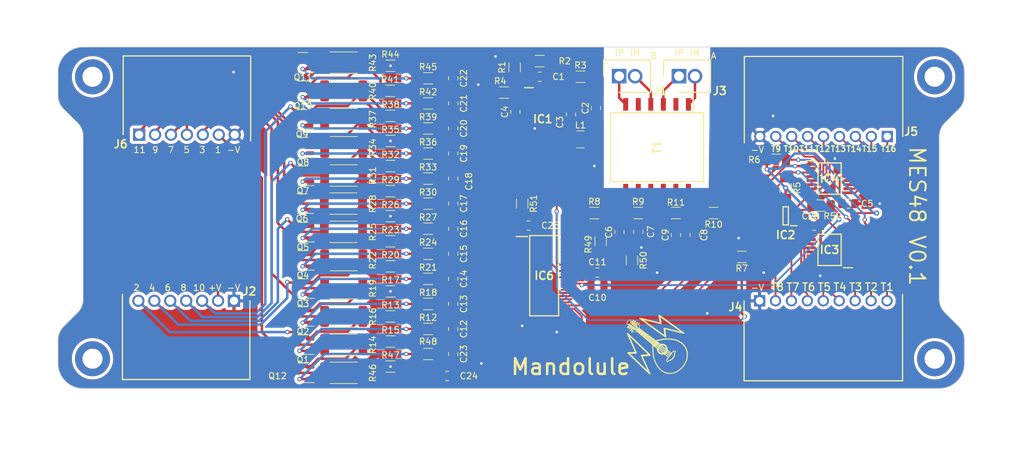
<source format=kicad_pcb>
(kicad_pcb (version 20240108) (generator "pcbnew") (generator_version "8.0")
  (layers (0 "F.Cu" signal) (31 "B.Cu" signal) (34 "B.Paste" user) (35 "F.Paste" user) (36 "B.SilkS" user "B.Silkscreen") (37 "F.SilkS" user "F.Silkscreen") (38 "B.Mask" user) (39 "F.Mask" user) (44 "Edge.Cuts" user))
  (net 0 "")
  (net 1 "/FB")
  (net 2 "+5V")
  (net 3 "Net-(IC1-SW)")
  (net 4 "Net-(IC1-BOOST)")
  (net 5 "Net-(IC1-VIN)")
  (net 6 "-VDC")
  (net 7 "Net-(C6-Pad2)")
  (net 8 "Net-(T1-SEC2_2)")
  (net 9 "Net-(C8-Pad2)")
  (net 10 "Net-(T1-SEC1_2)")
  (net 11 "/VREF2")
  (net 12 "Net-(IC6-VREF1)")
  (net 13 "/C2")
  (net 14 "/C1")
  (net 15 "/C3")
  (net 16 "/C4")
  (net 17 "/C5")
  (net 18 "/C6")
  (net 19 "/C7")
  (net 20 "/C8")
  (net 21 "/C9")
  (net 22 "/C10")
  (net 23 "/C11")
  (net 24 "/C12")
  (net 25 "/C0")
  (net 26 "Net-(IC6-V+)")
  (net 28 "/Enable")
  (net 35 "Net-(IC1-RT)")
  (net 36 "Net-(IC2--IN)")
  (net 37 "Net-(IC2-+IN)")
  (net 39 "/SCL")
  (net 40 "/SDA")
  (net 41 "/T1")
  (net 42 "/T2")
  (net 43 "/T3")
  (net 44 "/T4")
  (net 45 "/T8")
  (net 46 "/T7")
  (net 47 "/T6")
  (net 48 "/T5")
  (net 49 "/T9")
  (net 50 "/T10")
  (net 51 "/T11")
  (net 52 "/T12")
  (net 53 "/T16")
  (net 54 "/T15")
  (net 55 "/T14")
  (net 56 "/T13")
  (net 57 "/S12")
  (net 58 "/S11")
  (net 59 "/S10")
  (net 60 "/S9")
  (net 61 "/S8")
  (net 62 "/S7")
  (net 63 "/S6")
  (net 64 "/S5")
  (net 65 "/S4")
  (net 66 "/S3")
  (net 67 "/S2")
  (net 68 "/S1")
  (net 69 "/Therm_ADC")
  (net 73 "/IMA")
  (net 74 "/IPA")
  (net 77 "Net-(IC6-IBIAS)")
  (net 78 "Net-(IC6-ICMP)")
  (net 79 "/IMB")
  (net 80 "/IPB")
  (net 81 "+BATT")
  (net 82 "/Cell 10")
  (net 83 "/Cell 8")
  (net 84 "/Cell 6")
  (net 85 "/Cell 4")
  (net 86 "/Cell 2")
  (net 87 "/Cell 11")
  (net 88 "/Cell 9")
  (net 89 "/Cell 7")
  (net 90 "/Cell 5")
  (net 91 "/Cell 3")
  (net 92 "/Cell 1")
  (net 93 "Net-(Q1-G)")
  (net 94 "Net-(Q1-D)")
  (net 95 "Net-(Q2-G)")
  (net 96 "Net-(Q2-D)")
  (net 97 "Net-(Q3-G)")
  (net 98 "Net-(Q3-D)")
  (net 99 "Net-(Q4-G)")
  (net 100 "Net-(Q4-D)")
  (net 101 "Net-(Q5-G)")
  (net 102 "Net-(Q5-D)")
  (net 103 "Net-(Q6-G)")
  (net 104 "Net-(Q6-D)")
  (net 105 "Net-(Q7-G)")
  (net 106 "Net-(Q7-D)")
  (net 107 "Net-(Q8-G)")
  (net 108 "Net-(Q8-D)")
  (net 109 "Net-(Q9-G)")
  (net 110 "Net-(Q9-D)")
  (net 111 "Net-(Q10-G)")
  (net 112 "Net-(Q10-D)")
  (net 113 "Net-(Q11-G)")
  (net 114 "Net-(Q11-D)")
  (net 115 "Net-(Q12-G)")
  (net 116 "Net-(Q12-D)")
  (net 117 "Net-(J3-Pin_2)")
  (net 119 "Net-(J3-Pin_1)")
  (net 120 "Net-(J1-Pin_2)")
  (net 122 "Net-(J1-Pin_1)")
  (footprint "EPSA:RHDR2W97P0X254_1X2_654X508X1379P" (layer "F.Cu") (at 163 68.155)
    (property "Reference" "J3")
    (property "Value" "Conn_01x02_Pin" (hide yes))
  )
  (footprint "Capacitor_SMD:C_0805_2012Metric_Pad1.18x1.45mm_HandSolder" (layer "F.Cu") (at 127 96.5 -90)
    (property "Reference" "C15")
    (property "Value" "10n")
  )
  (footprint "Resistor_SMD:R_1206_3216Metric_Pad1.30x1.75mm_HandSolder" (layer "F.Cu") (at 117 74.5)
    (property "Reference" "R38")
    (property "Value" "100")
  )
  (footprint "" (layer "F.Cu") (at 203.75 113.25)
    (property "Reference" "")
    (property "Value" "")
  )
  (footprint "Inductor_SMD:L_1210_3225Metric_Pad1.42x2.65mm_HandSolder" (layer "F.Cu") (at 147.288 78.25)
    (property "Reference" "L1")
    (property "Value" "33u")
  )
  (footprint "EPSA:SOP50P780X200-48N" (layer "F.Cu") (at 141.5 100)
    (property "Reference" "IC6")
    (property "Value" "LTC6811IG-1#PBF" (hide yes))
  )
  (footprint "Resistor_SMD:R_1206_3216Metric_Pad1.30x1.75mm_HandSolder" (layer "F.Cu") (at 117 82.5)
    (property "Reference" "R32")
    (property "Value" "100")
  )
  (footprint "Resistor_SMD:R_1206_3216Metric_Pad1.30x1.75mm_HandSolder" (layer "F.Cu") (at 173 97 180)
    (property "Reference" "R7")
    (property "Value" "100")
  )
  (footprint "Resistor_SMD:R_1206_3216Metric_Pad1.30x1.75mm_HandSolder" (layer "F.Cu") (at 123 96.5)
    (property "Reference" "R24")
    (property "Value" "3.3K")
  )
  (footprint "Resistor_SMD:R_1206_3216Metric_Pad1.30x1.75mm_HandSolder" (layer "F.Cu") (at 117 94.5)
    (property "Reference" "R23")
    (property "Value" "100")
  )
  (footprint "Resistor_SMD:R_2512_6332Metric_Pad1.40x3.35mm_HandSolder" (layer "F.Cu") (at 109.55 115.5 180)
    (property "Reference" "R46")
    (property "Value" "25")
  )
  (footprint "EPSA:SOP65P640X120-16N" (layer "F.Cu") (at 187 95.875 180)
    (property "Reference" "IC3")
    (property "Value" "ADG728BRUZ-REEL7" (hide yes))
  )
  (footprint "Capacitor_SMD:C_0805_2012Metric_Pad1.18x1.45mm_HandSolder" (layer "F.Cu") (at 127 84.5 -90)
    (property "Reference" "C18")
    (property "Value" "10n")
  )
  (footprint "Resistor_SMD:R_1206_3216Metric_Pad1.30x1.75mm_HandSolder" (layer "F.Cu") (at 123 108.5)
    (property "Reference" "R12")
    (property "Value" "3.3K")
  )
  (footprint "EPSA:SOT-23-3" (layer "F.Cu") (at 103.05 65.95 180)
    (property "Reference" "Q11")
    (property "Value" "Q_PMOS_GDS")
  )
  (footprint "" (layer "F.Cu") (at 69.5 113.25)
    (property "Reference" "")
    (property "Value" "")
  )
  (footprint "Capacitor_SMD:C_0805_2012Metric_Pad1.18x1.45mm_HandSolder" (layer "F.Cu") (at 140.788 68.25)
    (property "Reference" "C1")
    (property "Value" "22p")
  )
  (footprint "Resistor_SMD:R_1206_3216Metric_Pad1.30x1.75mm_HandSolder" (layer "F.Cu") (at 138 88.5 -90)
    (property "Reference" "R51")
    (property "Value" "100")
  )
  (footprint "Capacitor_SMD:C_0805_2012Metric_Pad1.18x1.45mm_HandSolder" (layer "F.Cu") (at 162.5 93.5 90)
    (property "Reference" "C9")
    (property "Value" "10n")
  )
  (footprint "Capacitor_SMD:C_0805_2012Metric_Pad1.18x1.45mm_HandSolder" (layer "F.Cu") (at 127 108.5 -90)
    (property "Reference" "C12")
    (property "Value" "10n")
  )
  (footprint "Resistor_SMD:R_1206_3216Metric_Pad1.30x1.75mm_HandSolder" (layer "F.Cu") (at 117 66.5)
    (property "Reference" "R44")
    (property "Value" "100")
  )
  (footprint "Capacitor_SMD:C_0805_2012Metric_Pad1.18x1.45mm_HandSolder" (layer "F.Cu") (at 127 88.5 -90)
    (property "Reference" "C17")
    (property "Value" "10n")
  )
  (footprint "Resistor_SMD:R_1206_3216Metric_Pad1.30x1.75mm_HandSolder" (layer "F.Cu") (at 117 110.5)
    (property "Reference" "R15")
    (property "Value" "100")
  )
  (footprint "Resistor_SMD:R_1206_3216Metric_Pad1.30x1.75mm_HandSolder" (layer "F.Cu") (at 123 92.5)
    (property "Reference" "R27")
    (property "Value" "3.3K")
  )
  (footprint "EPSA:SOT95P280X100-6N" (layer "F.Cu") (at 180 90.45 180)
    (property "Reference" "IC2")
    (property "Value" "LTC6255IS6#TRMPBF" (hide yes))
  )
  (footprint "Capacitor_SMD:C_0805_2012Metric_Pad1.18x1.45mm_HandSolder" (layer "F.Cu") (at 149.75 73.25 90)
    (property "Reference" "C2")
    (property "Value" "22u")
  )
  (footprint "Resistor_SMD:R_1206_3216Metric_Pad1.30x1.75mm_HandSolder" (layer "F.Cu") (at 150.5 94.5 90)
    (property "Reference" "R49")
    (property "Value" "1k")
  )
  (footprint "Capacitor_SMD:C_0805_2012Metric_Pad1.18x1.45mm_HandSolder" (layer "F.Cu") (at 127 112.5 -90)
    (property "Reference" "C23")
    (property "Value" "10n")
  )
  (footprint "Resistor_SMD:R_1206_3216Metric_Pad1.30x1.75mm_HandSolder" (layer "F.Cu") (at 185.633538 88.818599 180)
    (property "Reference" "R52")
    (property "Value" "10k")
  )
  (footprint "Resistor_SMD:R_2512_6332Metric_Pad1.40x3.35mm_HandSolder" (layer "F.Cu") (at 109.55 66 180)
    (property "Reference" "R43")
    (property "Value" "25")
  )
  (footprint "Capacitor_SMD:C_0805_2012Metric_Pad1.18x1.45mm_HandSolder" (layer "F.Cu") (at 139 92)
    (property "Reference" "C25")
    (property "Value" "100n")
  )
  (footprint "Resistor_SMD:R_2512_6332Metric_Pad1.40x3.35mm_HandSolder" (layer "F.Cu") (at 109.55 102 180)
    (property "Reference" "R19")
    (property "Value" "25")
  )
  (footprint "Resistor_SMD:R_2512_6332Metric_Pad1.40x3.35mm_HandSolder" (layer "F.Cu") (at 109.55 84 180)
    (property "Reference" "R31")
    (property "Value" "25")
  )
  (footprint "Resistor_SMD:R_1206_3216Metric_Pad1.30x1.75mm_HandSolder" (layer "F.Cu") (at 147.288 68.25)
    (property "Reference" "R3")
    (property "Value" "374k")
  )
  (footprint "Capacitor_SMD:C_0805_2012Metric_Pad1.18x1.45mm_HandSolder" (layer "F.Cu") (at 150 99.5)
    (property "Reference" "C11")
    (property "Value" "1u")
  )
  (footprint "Capacitor_SMD:C_0805_2012Metric_Pad1.18x1.45mm_HandSolder" (layer "F.Cu") (at 127 104.5 -90)
    (property "Reference" "C13")
    (property "Value" "10n")
  )
  (footprint "Resistor_SMD:R_1206_3216Metric_Pad1.30x1.75mm_HandSolder" (layer "F.Cu") (at 123 88.5)
    (property "Reference" "R30")
    (property "Value" "3.3K")
  )
  (footprint "EPSA:SHDRRA9W69P0X254_1X9_2527X1359X741P" (layer "F.Cu") (at 196.2 77.775)
    (property "Reference" "J5")
    (property "Value" "Conn_01x08_Pin" (hide yes))
  )
  (footprint "Resistor_SMD:R_2512_6332Metric_Pad1.40x3.35mm_HandSolder" (layer "F.Cu") (at 109.55 97.5 180)
    (property "Reference" "R22")
    (property "Value" "25")
  )
  (footprint "Resistor_SMD:R_1206_3216Metric_Pad1.30x1.75mm_HandSolder" (layer "F.Cu") (at 162.5 90 180)
    (property "Reference" "R11")
    (property "Value" "51")
  )
  (footprint "Capacitor_SMD:C_0805_2012Metric_Pad1.18x1.45mm_HandSolder" (layer "F.Cu") (at 127 68.5 -90)
    (property "Reference" "C22")
    (property "Value" "10n")
  )
  (footprint "Resistor_SMD:R_1206_3216Metric_Pad1.30x1.75mm_HandSolder" (layer "F.Cu") (at 123 72.5)
    (property "Reference" "R42")
    (property "Value" "3.3K")
  )
  (footprint "Capacitor_SMD:C_0805_2012Metric_Pad1.18x1.45mm_HandSolder" (layer "F.Cu") (at 150 101.5)
    (property "Reference" "C10")
    (property "Value" "1u")
  )
  (footprint "Resistor_SMD:R_1206_3216Metric_Pad1.30x1.75mm_HandSolder" (layer "F.Cu") (at 123 112.5)
    (property "Reference" "R48")
    (property "Value" "3.3K")
  )
  (footprint "Capacitor_SMD:C_0805_2012Metric_Pad1.18x1.45mm_HandSolder" (layer "F.Cu") (at 126 116 180)
    (property "Reference" "C24")
    (property "Value" "10n")
  )
  (footprint "Capacitor_SMD:C_0805_2012Metric_Pad1.18x1.45mm_HandSolder" (layer "F.Cu") (at 127 100.5 -90)
    (property "Reference" "C14")
    (property "Value" "10n")
  )
  (footprint "EPSA:SOT-23-3" (layer "F.Cu") (at 102.9125 88.5 180)
    (property "Reference" "Q6")
    (property "Value" "Q_PMOS_GDS")
  )
  (footprint "Resistor_SMD:R_1206_3216Metric_Pad1.30x1.75mm_HandSolder" (layer "F.Cu") (at 168.5 90 180)
    (property "Reference" "R10")
    (property "Value" "51")
  )
  (footprint "Resistor_SMD:R_1206_3216Metric_Pad1.30x1.75mm_HandSolder" (layer "F.Cu") (at 117 86.5)
    (property "Reference" "R29")
    (property "Value" "100")
  )
  (footprint "EPSA:SOT-23-3" (layer "F.Cu") (at 102.9125 75.05 180)
    (property "Reference" "Q9")
    (property "Value" "Q_PMOS_GDS")
  )
  (footprint "Resistor_SMD:R_1206_3216Metric_Pad1.30x1.75mm_HandSolder" (layer "F.Cu") (at 117 90.5)
    (property "Reference" "R26")
    (property "Value" "100")
  )
  (footprint "EPSA:SOT-23-3" (layer "F.Cu") (at 103.05 97.55 180)
    (property "Reference" "Q4")
    (property "Value" "Q_PMOS_GDS")
  )
  (footprint "EPSA:SOT-23-3" (layer "F.Cu") (at 103.05 102.05 180)
    (property "Reference" "Q3")
    (property "Value" "Q_PMOS_GDS")
  )
  (footprint "Resistor_SMD:R_2512_6332Metric_Pad1.40x3.35mm_HandSolder" (layer "F.Cu") (at 109.5 88.5 180)
    (property "Reference" "R28")
    (property "Value" "25")
  )
  (footprint "Resistor_SMD:R_1206_3216Metric_Pad1.30x1.75mm_HandSolder" (layer "F.Cu") (at 117 102.5)
    (property "Reference" "R17")
    (property "Value" "100")
  )
  (footprint "Resistor_SMD:R_1206_3216Metric_Pad1.30x1.75mm_HandSolder" (layer "F.Cu") (at 135.112465 70.768955)
    (property "Reference" "R4")
    (property "Value" "470")
  )
  (footprint "EPSA:SOP50P490X110-17N" (layer "F.Cu") (at 141.288 72.25)
    (property "Reference" "IC1")
    (property "Value" "LT3990EMSE#TRPBF" (hide yes))
  )
  (footprint "Resistor_SMD:R_1206_3216Metric_Pad1.30x1.75mm_HandSolder" (layer "F.Cu") (at 149.5 90)
    (property "Reference" "R8")
    (property "Value" "51")
  )
  (footprint "Resistor_SMD:R_1206_3216Metric_Pad1.30x1.75mm_HandSolder" (layer "F.Cu") (at 123 76.5)
    (property "Reference" "R39")
    (property "Value" "3.3K")
  )
  (footprint "EPSA:SHDRRA9W69P0X254_1X9_2527X1359X741P" (layer "F.Cu") (at 175.84 104 180)
    (property "Reference" "J4")
    (property "Value" "Conn_01x08_Pin" (hide yes))
  )
  (footprint "EPSA:SHDRRA7W77P0X254_1X7_2032X1359X699P" (layer "F.Cu") (at 76.93 77.5)
    (property "Reference" "J6")
    (property "Value" "Conn_01x07_Pin" (hide yes))
  )
  (footprint "EPSA:SOP200P1473X500-12N" (layer "F.Cu") (at 159.5 79.5 -90)
    (property "Reference" "T1")
    (property "Value" "SM91501ALE" (hide yes))
  )
  (footprint "Capacitor_SMD:C_0805_2012Metric_Pad1.18x1.45mm_HandSolder" (layer "F.Cu") (at 127 76.5 -90)
    (property "Reference" "C20")
    (property "Value" "10n")
  )
  (footprint "Capacitor_SMD:C_0805_2012Metric_Pad1.18x1.45mm_HandSolder" (layer "F.Cu") (at 184.5375 92 180)
    (property "Reference" "C26")
    (property "Value" "1u")
  )
  (footprint "Resistor_SMD:R_2512_6332Metric_Pad1.40x3.35mm_HandSolder" (layer "F.Cu") (at 109.5 93 180)
    (property "Reference" "R25")
    (property "Value" "25")
  )
  (footprint "EPSA:Mandolule Silk" (layer "F.Cu") (at 159.5 111)
    (property "Reference" "Ref**" (hide yes))
    (property "Value" "Val**" (hide yes))
  )
  (footprint "Capacitor_SMD:C_0805_2012Metric_Pad1.18x1.45mm_HandSolder" (layer "F.Cu") (at 156.5 93 90)
    (property "Reference" "C7")
    (property "Value" "10n")
  )
  (footprint "EPSA:RHDR2W97P0X254_1X2_654X508X1379P" (layer "F.Cu") (at 153.46 68.155)
    (property "Reference" "J1")
    (property "Value" "Conn_01x02_Pin" (hide yes))
  )
  (footprint "Capacitor_SMD:C_0805_2012Metric_Pad1.18x1.45mm_HandSolder" (layer "F.Cu") (at 153.5 93.0375 90)
    (property "Reference" "C6")
    (property "Value" "10n")
  )
  (footprint "" (layer "F.Cu") (at 203.75 68.25)
    (property "Reference" "")
    (property "Value" "")
  )
  (footprint "Resistor_SMD:R_2512_6332Metric_Pad1.40x3.35mm_HandSolder" (layer "F.Cu") (at 109.55 111 180)
    (property "Reference" "R14")
    (property "Value" "25")
  )
  (footprint "Resistor_SMD:R_1206_3216Metric_Pad1.30x1.75mm_HandSolder" (layer "F.Cu") (at 116.95 70.5)
    (property "Reference" "R41")
    (property "Value" "100")
  )
  (footprint "Resistor_SMD:R_1206_3216Metric_Pad1.30x1.75mm_HandSolder" (layer "F.Cu") (at 117 98.5)
    (property "Reference" "R20")
    (property "Value" "100")
  )
  (footprint "Resistor_SMD:R_1206_3216Metric_Pad1.30x1.75mm_HandSolder" (layer "F.Cu") (at 123 80.5)
    (property "Reference" "R36")
    (property "Value" "3.3K")
  )
  (footprint "Resistor_SMD:R_1206_3216Metric_Pad1.30x1.75mm_HandSolder" (layer "F.Cu") (at 123 84.5)
    (property "Reference" "R33")
    (property "Value" "3.3K")
  )
  (footprint "Resistor_SMD:R_1206_3216Metric_Pad1.30x1.75mm_HandSolder" (layer "F.Cu") (at 117 78.5)
    (property "Reference" "R35")
    (property "Value" "100")
  )
  (footprint "Resistor_SMD:R_2512_6332Metric_Pad1.40x3.35mm_HandSolder" (layer "F.Cu") (at 109.55 75 180)
    (property "Reference" "R37")
    (property "Value" "25")
  )
  (footprint "Resistor_SMD:R_2512_6332Metric_Pad1.40x3.35mm_HandSolder" (layer "F.Cu") (at 109.55 106.5 180)
    (property "Reference" "R16")
    (property "Value" "25")
  )
  (footprint "Resistor_SMD:R_1206_3216Metric_Pad1.30x1.75mm_HandSolder" (layer "F.Cu") (at 117 106.5)
    (property "Reference" "R13")
    (property "Value" "100")
  )
  (footprint "Resistor_SMD:R_1206_3216Metric_Pad1.30x1.75mm_HandSolder" (layer "F.Cu") (at 123 68.5)
    (property "Reference" "R45")
    (property "Value" "3.3K")
  )
  (footprint "EPSA:SOT-23-3" (layer "F.Cu") (at 103.05 106.5 180)
    (property "Reference" "Q2")
    (property "Value" "Q_PMOS_GDS")
  )
  (footprint "EPSA:SOT-23-3" (layer "F.Cu") (at 103.05 115.5 180)
    (property "Reference" "Q12")
    (property "Value" "Q_PMOS_GDS")
  )
  (footprint "Resistor_SMD:R_1206_3216Metric_Pad1.30x1.75mm_HandSolder" (layer "F.Cu") (at 155.5 97.55 -90)
    (property "Reference" "R50")
    (property "Value" "1k")
  )
  (footprint "Resistor_SMD:R_1206_3216Metric_Pad1.30x1.75mm_HandSolder" (layer "F.Cu") (at 136.788 66.75 -90)
    (property "Reference" "R1")
    (property "Value" "316k")
  )
  (footprint "Resistor_SMD:R_2512_6332Metric_Pad1.40x3.35mm_HandSolder" (layer "F.Cu") (at 109.55 70.5 180)
    (property "Reference" "R40")
    (property "Value" "25")
  )
  (footprint "Resistor_SMD:R_1206_3216Metric_Pad1.30x1.75mm_HandSolder" (layer "F.Cu") (at 123 100.5)
    (property "Reference" "R21")
    (property "Value" "3.3K")
  )
  (footprint "MountingHole:MountingHole_3.2mm_M3_DIN965_Pad" (layer "F.Cu") (at 69.5 68.25)
    (property "Reference" "REF**" (hide yes))
    (property "Value" "MountingHole_3.2mm_M3_DIN965_Pad")
  )
  (footprint "Resistor_SMD:R_1206_3216Metric_Pad1.30x1.75mm_HandSolder" (layer "F.Cu") (at 123 104.5)
    (property "Reference" "R18")
    (property "Value" "3.3K")
  )
  (footprint "Capacitor_SMD:C_0805_2012Metric_Pad1.18x1.45mm_HandSolder" (layer "F.Cu") (at 127 72.5 -90)
    (property "Reference" "C21")
    (property "Value" "10n")
  )
  (footprint "EPSA:SOT-23-3" (layer "F.Cu") (at 103.05 93.05 180)
    (property "Reference" "Q5")
    (property "Value" "Q_PMOS_GDS")
  )
  (footprint "Capacitor_SMD:C_0805_2012Metric_Pad1.18x1.45mm_HandSolder" (layer "F.Cu") (at 190 88.5)
    (property "Reference" "C5")
    (property "Value" "1u")
  )
  (footprint "EPSA:SHDRRA7W77P0X254_1X7_2032X1359X699P" (layer "F.Cu") (at 92.05 104 180)
    (property "Reference" "J2")
    (property "Value" "Conn_01x07_Pin" (hide yes))
  )
  (footprint "Resistor_SMD:R_2512_6332Metric_Pad1.40x3.35mm_HandSolder" (layer "F.Cu") (at 109.55 79.5 180)
    (property "Reference" "R34")
    (property "Value" "25")
  )
  (footprint "EPSA:SOT-23-3" (layer "F.Cu") (at 103.05 84.05 180)
    (property "Reference" "Q7")
    (property "Value" "Q_PMOS_GDS")
  )
  (footprint "Capacitor_SMD:C_0805_2012Metric_Pad1.18x1.45mm_HandSolder" (layer "F.Cu") (at 165.5 93.5 90)
    (property "Reference" "C8")
    (property "Value" "10n")
  )
  (footprint "Resistor_SMD:R_1206_3216Metric_Pad1.30x1.75mm_HandSolder" (layer "F.Cu") (at 178.5 81.5)
    (property "Reference" "R6")
    (property "Value" "4.7k")
  )
  (footprint "EPSA:SOT-23-3" (layer "F.Cu") (at 103.05 70.5 180)
    (property "Reference" "Q10")
    (property "Value" "Q_PMOS_GDS")
  )
  (footprint "EPSA:SOT-23-3" (layer "F.Cu") (at 103.05 111 180)
    (property "Reference" "Q1")
    (property "Value" "Q_PMOS_GDS")
  )
  (footprint "EPSA:SOP65P640X120-16N" (layer "F.Cu") (at 187 84.5)
    (property "Reference" "IC4")
    (property "Value" "ADG728BRUZ-REEL7" (hide yes))
  )
  (footprint "Capacitor_SMD:C_0805_2012Metric_Pad1.18x1.45mm_HandSolder" (layer "F.Cu") (at 136.911722 73.839704 90)
    (property "Reference" "C4")
    (property "Value" "2.2u")
  )
  (footprint "Resistor_SMD:R_1206_3216Metric_Pad1.30x1.75mm_HandSolder" (layer "F.Cu") (at 117 114.5)
    (property "Reference" "R47")
    (property "Value" "100")
  )
  (footprint "Capacitor_SMD:C_0805_2012Metric_Pad1.18x1.45mm_HandSolder" (layer "F.Cu") (at 127 92.5 -90)
    (property "Reference" "C16")
    (property "Value" "10n")
  )
  (footprint "Capacitor_SMD:C_0805_2012Metric_Pad1.18x1.45mm_HandSolder" (layer "F.Cu") (at 127 80.5 -90)
    (property "Reference" "C19")
    (property "Value" "10n")
  )
  (footprint "EPSA:SOT-23-3" (layer "F.Cu") (at 103.05 79.5 180)
    (property "Reference" "Q8")
    (property "Value" "Q_PMOS_GDS")
  )
  (footprint "Capacitor_SMD:C_0805_2012Metric_Pad1.18x1.45mm_HandSolder" (layer "F.Cu") (at 145.788 74.25 90)
    (property "Reference" "C3")
    (property "Value" "0.22u")
  )
  (footprint "Resistor_SMD:R_1206_3216Metric_Pad1.30x1.75mm_HandSolder" (layer "F.Cu") (at 140.788 65.75 180)
    (property "Reference" "R2")
    (property "Value" "1M")
  )
  (footprint "Resistor_SMD:R_1206_3216Metric_Pad1.30x1.75mm_HandSolder" (layer "F.Cu") (at 180 86 -90)
    (property "Reference" "R5")
    (property "Value" "4.7k")
  )
  (footprint "Resistor_SMD:R_1206_3216Metric_Pad1.30x1.75mm_HandSolder" (layer "F.Cu") (at 156.5 90)
    (property "Reference" "R9")
    (property "Value" "51")
  )
  (gr_line (start 207.62132 73.37868) (end 205.378679 75.621321) (stroke (width 0.1)) (layer "Edge.Cuts"))
  (gr_line (start 208.5 67.5) (end 208.5 71.257359) (stroke (width 0.1)) (layer "Edge.Cuts"))
  (gr_arc (start 205.378679 105.878679) (mid 204.728361 104.905409) (end 204.5 103.757359) (stroke (width 0.1)) (layer "Edge.Cuts"))
  (gr_line (start 68 103.757359) (end 68 77.742641) (stroke (width 0.1)) (layer "Edge.Cuts"))
  (gr_line (start 204.5 118) (end 68 118) (stroke (width 0.1)) (layer "Edge.Cuts"))
  (gr_line (start 64.87868 73.37868) (end 67.121321 75.621321) (stroke (width 0.1)) (layer "Edge.Cuts"))
  (gr_line (start 68 63.5) (end 204.5 63.5) (stroke (width 0.1)) (layer "Edge.Cuts"))
  (gr_arc (start 68 103.757359) (mid 67.771652 104.905418) (end 67.121321 105.878679) (stroke (width 0.1)) (layer "Edge.Cuts"))
  (gr_arc (start 208.5 71.257359) (mid 208.271652 72.405418) (end 207.62132 73.37868) (stroke (width 0.1)) (layer "Edge.Cuts"))
  (gr_line (start 64 114) (end 64 110.242641) (stroke (width 0.1)) (layer "Edge.Cuts"))
  (gr_arc (start 64.87868 73.37868) (mid 64.228361 72.40541) (end 64 71.257359) (stroke (width 0.1)) (layer "Edge.Cuts"))
  (gr_arc (start 204.5 63.5) (mid 207.328427 64.671573) (end 208.5 67.5) (stroke (width 0.1)) (layer "Edge.Cuts"))
  (gr_arc (start 204.5 77.742641) (mid 204.728348 76.594582) (end 205.378679 75.621321) (stroke (width 0.1)) (layer "Edge.Cuts"))
  (gr_arc (start 67.121321 75.621321) (mid 67.771639 76.594591) (end 68 77.742641) (stroke (width 0.1)) (layer "Edge.Cuts"))
  (gr_line (start 208.5 110.242641) (end 208.5 114) (stroke (width 0.1)) (layer "Edge.Cuts"))
  (gr_arc (start 68 118) (mid 65.171573 116.828427) (end 64 114) (stroke (width 0.1)) (layer "Edge.Cuts"))
  (gr_arc (start 207.62132 108.12132) (mid 208.271639 109.09459) (end 208.5 110.242641) (stroke (width 0.1)) (layer "Edge.Cuts"))
  (gr_arc (start 208.5 114) (mid 207.328427 116.828427) (end 204.5 118) (stroke (width 0.1)) (layer "Edge.Cuts"))
  (gr_line (start 204.5 103.757359) (end 204.5 77.742641) (stroke (width 0.1)) (layer "Edge.Cuts"))
  (gr_line (start 64.87868 108.12132) (end 67.121321 105.878679) (stroke (width 0.1)) (layer "Edge.Cuts"))
  (gr_line (start 64 67.5) (end 64 71.257359) (stroke (width 0.1)) (layer "Edge.Cuts"))
  (gr_arc (start 64 110.242641) (mid 64.228348 109.094582) (end 64.87868 108.12132) (stroke (width 0.1)) (layer "Edge.Cuts"))
  (gr_line (start 207.62132 108.12132) (end 205.378679 105.878679) (stroke (width 0.1)) (layer "Edge.Cuts"))
  (gr_arc (start 64 67.5) (mid 65.171573 64.671573) (end 68 63.5) (stroke (width 0.1)) (layer "Edge.Cuts"))
  (gr_text "T4" (at 187.5 102.5 0) (layer "F.SilkS") (effects (font (size 1.2 1.2) (thickness 0.2) (bold yes)) (justify left bottom)))
  (gr_text "IM" (at 165.5 65 0) (layer "F.SilkS") (effects (font (size 1 1)) (justify bottom)))
  (gr_text "T3" (at 190 102.5 0) (layer "F.SilkS") (effects (font (size 1.2 1.2) (thickness 0.2) (bold yes)) (justify left bottom)))
  (gr_text "T13" (at 187.063923 80.285286 0) (layer "F.SilkS") (effects (font (size 0.9 0.9) (thickness 0.2) (bold yes)) (justify left bottom)))
  (gr_text "10\n" (at 86.5 102.5 0) (layer "F.SilkS") (effects (font (size 1 1)) (justify bottom)))
  (gr_text "T2" (at 192.5 102.5 0) (layer "F.SilkS") (effects (font (size 1.2 1.2) (thickness 0.2) (bold yes)) (justify left bottom)))
  (gr_text "4" (at 79 102.5 0) (layer "F.SilkS") (effects (font (size 1 1)) (justify bottom)))
  (gr_text "1" (at 89.5 80.5 0) (layer "F.SilkS") (effects (font (size 1 1)) (justify bottom)))
  (gr_text "6" (at 81.5 102.5 0) (layer "F.SilkS") (effects (font (size 1 1)) (justify bottom)))
  (gr_text "T1" (at 195 102.5 0) (layer "F.SilkS") (effects (font (size 1.2 1.2) (thickness 0.2) (bold yes)) (justify left bottom)))
  (gr_text "Mandolule" (at 136 116 0) (layer "F.SilkS") (effects (font (size 2.5 2.5) (thickness 0.4)) (justify left bottom)))
  (gr_text "7" (at 82 80.5 0) (layer "F.SilkS") (effects (font (size 1 1)) (justify bottom)))
  (gr_text "T11" (at 182.063923 80.285286 0) (layer "F.SilkS") (effects (font (size 0.9 0.9) (thickness 0.2) (bold yes)) (justify left bottom)))
  (gr_text "T10" (at 179.563923 80.285286 0) (layer "F.SilkS") (effects (font (size 0.9 0.9) (thickness 0.2) (bold yes)) (justify left bottom)))
  (gr_text "IP" (at 163 65 0) (layer "F.SilkS") (effects (font (size 1 1)) (justify bottom)))
  (gr_text "-V\n" (at 175.5 102.5 0) (layer "F.SilkS") (effects (font (size 1 1)) (justify bottom)))
  (gr_text "T9" (at 177.563923 80.285286 0) (layer "F.SilkS") (effects (font (size 0.9 0.9) (thickness 0.2) (bold yes)) (justify left bottom)))
  (gr_text "5" (at 84.5 80.5 0) (layer "F.SilkS") (effects (font (size 1 1)) (justify bottom)))
  (gr_text "3\n" (at 87 80.5 0) (layer "F.SilkS") (effects (font (size 1 1)) (justify bottom)))
  (gr_text "MES48 V0.1" (at 199.5 90.5 270) (layer "F.SilkS") (effects (font (size 2.5 2.5) (thickness 0.3)) (justify bottom)))
  (gr_text "-V\n" (at 175.5 80.5 0) (layer "F.SilkS") (effects (font (size 1 1)) (justify bottom)))
  (gr_text "T16" (at 195.063923 80.285286 0) (layer "F.SilkS") (effects (font (size 0.9 0.9) (thickness 0.2) (bold yes)) (justify left bottom)))
  (gr_text "B" (at 159 65.5 0) (layer "F.SilkS") (effects (font (size 1 1)) (justify bottom)))
  (gr_text "-V\n" (at 92 102.5 0) (layer "F.SilkS") (effects (font (size 1 1)) (justify bottom)))
  (gr_text "T7" (at 180 102.5 0) (layer "F.SilkS") (effects (font (size 1.2 1.2) (thickness 0.2) (bold yes)) (justify left bottom)))
  (gr_text "11" (at 77 80.5 0) (layer "F.SilkS") (effects (font (size 1 1)) (justify bottom)))
  (gr_text "T8" (at 177.5 102.5 0) (layer "F.SilkS") (effects (font (size 1.2 1.2) (thickness 0.2) (bold yes)) (justify left bottom)))
  (gr_text "T12" (at 184.563923 80.285286 0) (layer "F.SilkS") (effects (font (size 0.9 0.9) (thickness 0.2) (bold yes)) (justify left bottom)))
  (gr_text "T15" (at 192.063923 80.285286 0) (layer "F.SilkS") (effects (font (size 0.9 0.9) (thickness 0.2) (bold yes)) (justify left bottom)))
  (gr_text "8" (at 84 102.5 0) (layer "F.SilkS") (effects (font (size 1 1)) (justify bottom)))
  (gr_text "IM" (at 156 65 0) (layer "F.SilkS") (effects (font (size 1 1)) (justify bottom)))
  (gr_text "9" (at 79.5 80.5 0) (layer "F.SilkS") (effects (font (size 1 1)) (justify bottom)))
  (gr_text "IP" (at 153.5 65 0) (layer "F.SilkS") (effects (font (size 1 1)) (justify bottom)))
  (gr_text "T14" (at 189.563923 80.285286 0) (layer "F.SilkS") (effects (font (size 0.9 0.9) (thickness 0.2) (bold yes)) (justify left bottom)))
  (gr_text "+V\n" (at 89 102.5 0) (layer "F.SilkS") (effects (font (size 1 1)) (justify bottom)))
  (gr_text "-V\n" (at 92 80.5 0) (layer "F.SilkS") (effects (font (size 1 1)) (justify bottom)))
  (gr_text "2" (at 76.5 102.5 0) (layer "F.SilkS") (effects (font (size 1 1)) (justify bottom)))
  (gr_text "T5" (at 185 102.5 0) (layer "F.SilkS") (effects (font (size 1.2 1.2) (thickness 0.2) (bold yes)) (justify left bottom)))
  (gr_text "A" (at 168.5 65.5 0) (layer "F.SilkS") (effects (font (size 1 1)) (justify bottom)))
  (gr_text "T6" (at 182.5 102.5 0) (layer "F.SilkS") (effects (font (size 1.2 1.2) (thickness 0.2) (bold yes)) (justify left bottom)))
  (segment (start 136.788 65.2) (end 138.688 65.2) (width 0.3) (layer "F.Cu") (net 1))
  (segment (start 138.688 65.2) (end 139.238 65.75) (width 0.3) (layer "F.Cu") (net 1))
  (segment (start 139.7505 68.25) (end 139.2505 68.75) (width 0.3) (layer "F.Cu") (net 1))
  (segment (start 139.7505 68.25) (end 139.076 68.9245) (width 0.3) (layer "F.Cu") (net 1))
  (segment (start 139.238 67.7375) (end 139.7505 68.25) (width 0.3) (layer "F.Cu") (net 1))
  (segment (start 139.238 65.75) (end 139.238 67.7375) (width 0.3) (layer "F.Cu") (net 1))
  (segment (start 139.076 68.9245) (end 139.076 71) (width 0.3) (layer "F.Cu") (net 1))
  (segment (start 148.7755 78.25) (end 148.288 77.7625) (width 0.3) (layer "F.Cu") (net 2))
  (segment (start 146.5 99.55) (end 146.5 98.45) (width 0.3) (layer "F.Cu") (net 2))
  (segment (start 194.5 90) (end 191 90) (width 0.3) (layer "F.Cu") (net 2))
  (segment (start 188.9005 84.175) (end 188.6 84.4755) (width 0.3) (layer "F.Cu") (net 2))
  (segment (start 142.338 65.75) (end 142.338 67.7375) (width 0.3) (layer "F.Cu") (net 2))
  (segment (start 190.4625 90) (end 190.4625 90.524452) (width 0.3) (layer "F.Cu") (net 2))
  (segment (start 148.288 73) (end 147.288 72) (width 0.3) (layer "F.Cu") (net 2))
  (segment (start 145.05 98.25) (end 144 98.25) (width 0.3) (layer "F.Cu") (net 2))
  (segment (start 179.05 87.55) (end 177.775 88.825) (width 0.4) (layer "F.Cu") (net 2))
  (segment (start 191.4625 97.5) (end 192.4625 96.5) (width 0.3) (layer "F.Cu") (net 2))
  (segment (start 188.9625 88.5) (end 190.4625 90) (width 0.3) (layer "F.Cu") (net 2))
  (segment (start 146.5 98.45) (end 146.3 98.25) (width 0.3) (layer "F.Cu") (net 2))
  (segment (start 147.288 71) (end 148.288 72) (width 0.3) (layer "F.Cu") (net 2))
  (segment (start 142.338 65.75) (end 145.788 65.75) (width 0.3) (layer "F.Cu") (net 2))
  (segment (start 177 83) (end 177 81.55) (width 0.4) (layer "F.Cu") (net 2))
  (segment (start 146.3 98.25) (end 145.05 98.25) (width 0.3) (layer "F.Cu") (net 2))
  (segment (start 190.9505 82.225) (end 189.938 82.225) (width 0.3) (layer "F.Cu") (net 2))
  (segment (start 173.5 106.5) (end 173 106) (width 0.4) (layer "F.Cu") (net 2))
  (segment (start 142.338 67.7375) (end 141.8255 68.25) (width 0.3) (layer "F.Cu") (net 2))
  (segment (start 190.469024 90.530976) (end 192.4625 92.524451) (width 0.3) (layer "F.Cu") (net 2))
  (segment (start 185.575 95.8245) (end 185.575 92) (width 0.4) (layer "F.Cu") (net 2))
  (segment (start 143.5 83.5255) (end 143.5 89.75) (width 0.3) (layer "F.Cu") (net 2))
  (segment (start 180 87.55) (end 179.05 87.55) (width 0.4) (layer "F.Cu") (net 2))
  (segment (start 148.288 72) (end 149.5375 72) (width 0.3) (layer "F.Cu") (net 2))
  (segment (start 177.775 91.4) (end 178.7 91.4) (width 0.4) (layer "F.Cu") (net 2))
  (segment (start 184.062 96.2) (end 185.1995 96.2) (width 0.4) (layer "F.Cu") (net 2))
  (segment (start 191.5 82.7745) (end 190.9505 82.225) (width 0.3) (layer "F.Cu") (net 2))
  (segment (start 149.5375 72) (end 149.75 72.2125) (width 0.3) (layer "F.Cu") (net 2))
  (segment (start 146.3 99.75) (end 146.5 99.55) (width 0.3) (layer "F.Cu") (net 2))
  (segment (start 148.7755 78.25) (end 143.5 83.5255) (width 0.3) (layer "F.Cu") (net 2))
  (segment (start 185.575 92) (end 185.575 91.575) (width 0.4) (layer "F.Cu") (net 2))
  (segment (start 145.05 99.75) (end 146.3 99.75) (width 0.3) (layer "F.Cu") (net 2))
  (segment (start 182.6995 82.5) (end 183.0745 82.875) (width 0.4) (layer "F.Cu") (net 2))
  (segment (start 189.938 84.175) (end 188.9005 84.175) (width 0.3) (layer "F.Cu") (net 2))
  (segment (start 177.775 91.275) (end 177.9 91.4) (width 0.4) (layer "F.Cu") (net 2))
  (segment (start 188.6 84.4755) (end 188.6 88.1) (width 0.3) (layer "F.Cu") (net 2))
  (segment (start 183.0745 82.875) (end 184.062 82.875) (width 0.4) (layer "F.Cu") (net 2))
  (segment (start 190.4625 90) (end 191 90) (width 0.3) (layer "F.Cu") (net 2))
  (segment (start 144 98.25) (end 143.5 97.75) (width 0.3) (layer "F.Cu") (net 2))
  (segment (start 147.288 67.25) (end 147.288 71) (width 0.3) (layer "F.Cu") (net 2))
  (segment (start 189.938 97.5) (end 191.4625 97.5) (width 0.3) (layer "F.Cu") (net 2))
  (segment (start 191.5 83.5) (end 191.5 82.7745) (width 0.3) (layer "F.Cu") (net 2))
  (segment (start 181.5 82.5) (end 182.6995 82.5) (width 0.4) (layer "F.Cu") (net 2))
  (segment (start 148.288 77.7625) (end 148.288 73) (width 0.3) (layer "F.Cu") (net 2))
  (segment (start 190.4625 90.524452) (end 190.469024 90.530976) (width 0.3) (layer "F.Cu") (net 2))
  (segment (start 143.5 97.75) (end 143.5 89.75) (width 0.3) (layer "F.Cu") (net 2))
  (segment (start 189.938 84.175) (end 190.825 84.175) (width 0.3) (layer "F.Cu") (net 2))
  (segment (start 173 96.175) (end 177.775 91.4) (width 0.4) (layer "F.Cu") (net 2))
  (segment (start 177.9 91.4) (end 178.7 91.4) (width 0.4) (layer "F.Cu") (net 2))
  (segment (start 145.788 65.75) (end 147.288 67.25) (width 0.3) (layer "F.Cu") (net 2))
  (segment (start 190.825 84.175) (end 191.5 83.5) (width 0.3) (layer "F.Cu") (net 2))
  (segment (start 177 81.55) (end 176.95 81.5) (width 0.4) (layer "F.Cu") (net 2))
  (segment (start 173 106) (end 173 96.175) (width 0.4) (layer "F.Cu") (net 2))
  (segment (start 192.4625 92.524451) (end 192.4625 96.5) (width 0.3) (layer "F.Cu") (net 2))
  (segment (start 177.775 88.825) (end 177.775 91.275) (width 0.4) (layer "F.Cu") (net 2))
  (segment (start 143.5 72) (end 148.288 72) (width 0.3) (layer "F.Cu") (net 2))
  (segment (start 185.575 91.575) (end 184.5 90.5) (width 0.4) (layer "F.Cu") (net 2))
  (segment (start 180 87.55) (end 180 86) (width 0.4) (layer "F.Cu") (net 2))
  (segment (start 185.1995 96.2) (end 185.575 95.8245) (width 0.4) (layer "F.Cu") (net 2))
  (via (at 194.5 90) (size 0.8) (drill 0.4) (layers "F.Cu" "B.Cu") (net 2))
  (via (at 143.5 89.75) (size 0.7) (drill 0.4) (layers "F.Cu" "B.Cu") (net 2))
  (via (at 177 83) (size 0.7) (drill 0.4) (layers "F.Cu" "B.Cu") (net 2))
  (via (at 184.5 90.5) (size 0.7) (drill 0.4) (layers "F.Cu" "B.Cu") (net 2))
  (via (at 180 86) (size 0.8) (drill 0.4) (layers "F.Cu" "B.Cu") (net 2))
  (via (at 181.5 82.5) (size 0.7) (drill 0.4) (layers "F.Cu" "B.Cu") (net 2))
  (via (at 173.5 106.5) (size 0.7) (drill 0.4) (layers "F.Cu" "B.Cu") (net 2))
  (segment (start 143.5 102) (end 148.6 107.1) (width 0.3) (layer "B.Cu") (net 2))
  (segment (start 194 90) (end 184.5 80.5) (width 0.4) (layer "B.Cu") (net 2))
  (segment (start 143.5 89.75) (end 143.5 102) (width 0.3) (layer "B.Cu") (net 2))
  (segment (start 181.4255 80.5) (end 179.46275 82.46275) (width 0.4) (layer "B.Cu") (net 2))
  (segment (start 179 82.9255) (end 177.0745 82.9255) (width 0.4) (layer "B.Cu") (net 2))
  (segment (start 179.46275 82.46275) (end 179 82.9255) (width 0.4) (layer "B.Cu") (net 2))
  (segment (start 194.5 90) (end 194 90) (width 0.4) (layer "B.Cu") (net 2))
  (segment (start 177.0745 82.9255) (end 177 83) (width 0.4) (layer "B.Cu") (net 2))
  (segment (start 184.5 90.5) (end 177 83) (width 0.4) (layer "B.Cu") (net 2))
  (segment (start 184.5 80.5) (end 181.4255 80.5) (width 0.4) (layer "B.Cu") (net 2))
  (segment (start 179.46275 82.46275) (end 179.5 82.5) (width 0.4) (layer "B.Cu") (net 2))
  (segment (start 179.5 82.5) (end 181.5 82.5) (width 0.4) (layer "B.Cu") (net 2))
  (segment (start 148.6 107.1) (end 172.9 107.1) (width 0.3) (layer "B.Cu") (net 2))
  (segment (start 172.9 107.1) (end 173.5 106.5) (width 0.3) (layer "B.Cu") (net 2))
  (segment (start 144.5005 74) (end 145.788 75.2875) (width 0.3) (layer "F.Cu") (net 3))
  (segment (start 143.5 74) (end 144.5005 74) (width 0.3) (layer "F.Cu") (net 3))
  (segment (start 145.788 78.2375) (end 145.8005 78.25) (width 0.3) (layer "F.Cu") (net 3))
  (segment (start 145.788 75.2875) (end 145.788 78.2375) (width 0.3) (layer "F.Cu") (net 3))
  (segment (start 143.5 73) (end 145.5755 73) (width 0.3) (layer "F.Cu") (net 4))
  (segment (start 145.5755 73) (end 145.788 73.2125) (width 0.3) (layer "F.Cu") (net 4))
  (segment (start 136.662465 70.768955) (end 136.662465 72.552947) (width 0.3) (layer "F.Cu") (net 5))
  (segment (start 136.662465 72.552947) (end 136.911722 72.802204) (width 0.3) (layer "F.Cu") (net 5))
  (segment (start 137.0005 73) (end 139.076 73) (width 0.3) (layer "F.Cu") (net 5))
  (segment (start 145.05 100.25) (end 142.75 100.25) (width 0.3) (layer "F.Cu") (net 6))
  (segment (start 153.5 94.075) (end 156.4625 94.075) (width 0.25) (layer "F.Cu") (net 6))
  (segment (start 187.844425 83.344425) (end 187.844425 81.312811) (width 0.4) (layer "F.Cu") (net 6))
  (segment (start 191.0375 88.5) (end 195 88.5) (width 0.3) (layer "F.Cu") (net 6))
  (segment (start 189.938 82.875) (end 189.938 83.525) (width 0.4) (layer "F.Cu") (net 6))
  (segment (start 188.025 83.525) (end 187.844425 83.344425) (width 0.4) (layer "F.Cu") (net 6))
  (segment (start 189.938 83.525) (end 188.025 83.525) (width 0.4) (layer "F.Cu") (net 6))
  (segment (start 149.75 74.2875) (end 149.75 76) (width 0.4) (layer "F.Cu") (net 6))
  (segment (start 115.45 114.5) (end 113.6 114.5) (width 0.4) (layer "F.Cu") (net 6))
  (segment (start 187.844425 81.918925) (end 187.844425 81.312811) (width 0.4) (layer "F.Cu") (net 6))
  (segment (start 181.95 90.45) (end 183.5 92) (width 0.4) (layer "F.Cu") (net 6))
  (segment (start 156.4625 94.075) (end 156.5 94.0375) (width 0.25) (layer "F.Cu") (net 6))
  (segment (start 181.3 90.45) (end 181.95 90.45) (width 0.4) (layer "F.Cu") (net 6))
  (segment (start 189.938 82.875) (end 188.8005 82.875) (width 0.4) (layer "F.Cu") (net 6))
  (segment (start 136.911722 74.877204) (end 138.377204 74.877204) (width 0.3) (layer "F.Cu") (net 6))
  (segment (start 184.062 96.85) (end 184.062 98.15) (width 0.4) (layer "F.Cu") (net 6))
  (segment (start 113.6 114.5) (end 112.6 115.5) (width 0.4) (layer "F.Cu") (net 6))
  (segment (start 142.5 102.75) (end 145.05 102.75) (width 0.3) (layer "F.Cu") (net 6))
  (segment (start 145.05 103.25) (end 142.5 103.25) (width 0.3) (layer "F.Cu") (net 6))
  (segment (start 138.377204 74.877204) (end 140 76.5) (width 0.3) (layer "F.Cu") (net 6))
  (segment (start 139.076 75.576) (end 140 76.5) (width 0.3) (layer "F.Cu") (net 6))
  (segment (start 184.062 98.15) (end 184.062 98.562) (width 0.4) (layer "F.Cu") (net 6))
  (segment (start 139.076 74) (end 139.076 75.576) (width 0.3) (layer "F.Cu") (net 6))
  (segment (start 184.062 98.562) (end 185.5 100) (width 0.4) (layer "F.Cu") (net 6))
  (segment (start 188.8005 82.875) (end 187.844425 81.918925) (width 0.4) (layer "F.Cu") (net 6))
  (via (at 172.5 94) (size 0.7) (drill 0.4) (layers "F.Cu" "B.Cu") (net 6))
  (via (at 117 78.5) (size 0.7) (drill 0.4) (layers "F.Cu" "B.Cu") (net 6))
  (via (at 149.5 82.5) (size 0.7) (drill 0.4) (layers "F.Cu" "B.Cu") (net 6))
  (via (at 159.5 99.5) (size 0.7) (drill 0.4) (layers "F.Cu" "B.Cu") (net 6))
  (via (at 117 90.5) (size 0.7) (drill 0.4) (layers "F.Cu" "B.Cu") (net 6))
  (via (at 140 76.5) (size 0.7) (drill 0.4) (layers "F.Cu" "B.Cu") (net 6))
  (via (at 92 67.5) (size 0.7) (drill 0.4) (layers "F.Cu" "B.Cu") (net 6))
  (via (at 133.75 65) (size 0.7) (drill 0.4) (layers "F.Cu" "B.Cu") (net 6))
  (via (at 187.844425 81.312811) (size 0.7) (drill 0.4) (layers "F.Cu" "B.Cu") (net 6))
  (via (at 143.5 109) (size 0.7) (drill 0.4) (layers "F.Cu" "B.Cu") (net 6))
  (via (at 178 74.5) (size 0.7) (drill 0.4) (layers "F.Cu" "B.Cu") (net 6))
  (via (at 131 69.5) (size 0.7) (drill 0.4) (layers "F.Cu" "B.Cu") (net 6))
  (via (at 185.5 100) (size 0.7) (drill 0.4) (layers "F.Cu" "B.Cu") (net 6))
  (via (at 176.5 99.5) (size 0.7) (drill 0.4) (layers "F.Cu" "B.Cu") (net 6))
  (via (at 138 108) (size 0.7) (drill 0.4) (layers "F.Cu" "B.Cu") (net 6))
  (via (at 157 95.5) (size 0.7) (drill 0.4) (layers "F.Cu" "B.Cu") (net 6))
  (via (at 131.5 114) (size 0.7) (drill 0.4) (layers "F.Cu" "B.Cu") (net 6))
  (via (at 117 66.5) (size 0.7) (drill 0.4) (layers "F.Cu" "B.Cu") (net 6))
  (via (at 117 114.5) (size 0.7) (drill 0.4) (layers "F.Cu" "B.Cu") (net 6))
  (via (at 117 102.5) (size 0.7) (drill 0.4) (layers "F.Cu" "B.Cu") (net 6))
  (via (at 195 88.5) (size 0.7) (drill 0.4) (layers "F.Cu" "B.Cu") (net 6))
  (via (at 167.5 106) (size 0.7) (drill 0.4) (layers "F.Cu" "B.Cu") (net 6))
  (segment (start 153.5 90) (end 154.95 90) (width 0.4) (layer "F.Cu") (net 7))
  (segment (start 151.05 90) (end 153.5 90) (width 0.4) (layer "F.Cu") (net 7))
  (segment (start 153.5 90) (end 153.5 92) (width 0.4) (layer "F.Cu") (net 7))
  (segment (start 156.5 91.9625) (end 156.5 86.345) (width 0.4) (layer "F.Cu") (net 8))
  (segment (start 164.05 90) (end 165.5 90) (width 0.4) (layer "F.Cu") (net 9))
  (segment (start 165.5 90) (end 166.95 90) (width 0.4) (layer "F.Cu") (net 9))
  (segment (start 165.5 92.4625) (end 165.5 90) (width 0.4) (layer "F.Cu") (net 9))
  (segment (start 162.5 86.345) (end 162.5 92.4625) (width 0.4) (layer "F.Cu") (net 10))
  (segment (start 147.5 101.5) (end 147.5005 101.5) (width 0.3) (layer "F.Cu") (net 11))
  (segment (start 147.2505 101.25) (end 147.5 101.4995) (width 0.3) (layer "F.Cu") (net 11))
  (segment (start 188.5 90.135061) (end 187.183538 88.818599) (width 0.3) (layer "F.Cu") (net 11))
  (segment (start 148.7125 101.25) (end 148.9625 101.5) (width 0.3) (layer "F.Cu") (net 11))
  (segment (start 188.5 91) (end 188.5 90.135061) (width 0.3) (layer "F.Cu") (net 11))
  (segment (start 147 101.25) (end 148.7125 101.25) (width 0.3) (layer "F.Cu") (net 11))
  (segment (start 147.5 101.4995) (end 147.5 101.5) (width 0.3) (layer "F.Cu") (net 11))
  (segment (start 145.05 101.25) (end 147 101.25) (width 0.3) (layer "F.Cu") (net 11))
  (segment (start 147.5005 101.5) (end 147.5 101.4995) (width 0.3) (layer "F.Cu") (net 11))
  (segment (start 147 101.25) (end 147.2505 101.25) (width 0.3) (layer "F.Cu") (net 11))
  (via (at 147.5 101.5) (size 0.7) (drill 0.4) (layers "F.Cu" "B.Cu") (net 11))
  (via (at 188.5 91) (size 0.8) (drill 0.4) (layers "F.Cu" "B.Cu") (net 11))
  (segment (start 178.0005 101.4995) (end 188.5 91) (width 0.3) (layer "B.Cu") (net 11))
  (segment (start 147.5 101.4995) (end 178.0005 101.4995) (width 0.3) (layer "B.Cu") (net 11))
  (segment (start 145.05 100.75) (end 147.7125 100.75) (width 0.3) (layer "F.Cu") (net 12))
  (segment (start 147.7125 100.75) (end 148.9625 99.5) (width 0.3) (layer "F.Cu") (net 12))
  (segment (start 130.585788 106.5) (end 127 106.5) (width 0.3) (layer "F.Cu") (net 13))
  (segment (start 127 107.4625) (end 127 106.5) (width 0.4) (layer "F.Cu") (net 13))
  (segment (start 132.335788 104.75) (end 130.585788 106.5) (width 0.3) (layer "F.Cu") (net 13))
  (segment (start 118.55 106.5) (end 127 106.5) (width 0.4) (layer "F.Cu") (net 13))
  (segment (start 127 106.5) (end 127 105.5375) (width 0.4) (layer "F.Cu") (net 13))
  (segment (start 137.95 104.75) (end 132.335788 104.75) (width 0.3) (layer "F.Cu") (net 13))
  (segment (start 132.75 105.75) (end 128 110.5) (width 0.3) (layer "F.Cu") (net 14))
  (segment (start 128 110.5) (end 127 110.5) (width 0.3) (layer "F.Cu") (net 14))
  (segment (start 118.55 110.5) (end 127 110.5) (width 0.4) (layer "F.Cu") (net 14))
  (segment (start 137.95 105.75) (end 132.75 105.75) (width 0.3) (layer "F.Cu") (net 14))
  (segment (start 127 110.5) (end 127 109.5375) (width 0.4) (layer "F.Cu") (net 14))
  (segment (start 127 111.4625) (end 127 110.5) (width 0.4) (layer "F.Cu") (net 14))
  (segment (start 132.497092 103.75) (end 131.247092 102.5) (width 0.3) (layer "F.Cu") (net 15))
  (segment (start 137.95 103.75) (end 132.497092 103.75) (width 0.3) (layer "F.Cu") (net 15))
  (segment (start 131.247092 102.5) (end 127 102.5) (width 0.3) (layer "F.Cu") (net 15))
  (segment (start 127 102.5) (end 127 101.5375) (width 0.4) (layer "F.Cu") (net 15))
  (segment (start 118.55 102.5) (end 127 102.5) (width 0.4) (layer "F.Cu") (net 15))
  (segment (start 127 103.4625) (end 127 102.5) (width 0.4) (layer "F.Cu") (net 15))
  (segment (start 127 98.5) (end 127 97.5375) (width 0.4) (layer "F.Cu") (net 16))
  (segment (start 132.911304 102.75) (end 128.661304 98.5) (width 0.3) (layer "F.Cu") (net 16))
  (segment (start 137.95 102.75) (end 132.911304 102.75) (width 0.3) (layer "F.Cu") (net 16))
  (segment (start 128.661304 98.5) (end 127 98.5) (width 0.3) (layer "F.Cu") (net 16))
  (segment (start 127 99.4625) (end 127 98.5) (width 0.4) (layer "F.Cu") (net 16))
  (segment (start 118.55 98.5) (end 127 98.5) (width 0.4) (layer "F.Cu") (net 16))
  (segment (start 128.575 95.075) (end 128 94.5) (width 0.3) (layer "F.Cu") (net 17))
  (segment (start 127 95.4625) (end 127 94.5) (width 0.4) (layer "F.Cu") (net 17))
  (segment (start 127 94.5) (end 127 93.5375) (width 0.4) (layer "F.Cu") (net 17))
  (segment (start 133.325516 101.75) (end 128.575 96.999484) (width 0.3) (layer "F.Cu") (net 17))
  (segment (start 128 94.5) (end 127 94.5) (width 0.3) (layer "F.Cu") (net 17))
  (segment (start 128.575 96.999484) (end 128.575 95.075) (width 0.3) (layer "F.Cu") (net 17))
  (segment (start 137.95 101.75) (end 133.325516 101.75) (width 0.3) (layer "F.Cu") (net 17))
  (segment (start 118.55 94.5) (end 127 94.5) (width 0.4) (layer "F.Cu") (net 17))
  (segment (start 127 90.5) (end 127 89.5375) (width 0.4) (layer "F.Cu") (net 18))
  (segment (start 133.739728 100.75) (end 129.575 96.585272) (width 0.3) (layer "F.Cu") (net 18))
  (segment (start 118.55 90.5) (end 127 90.5) (width 0.4) (layer "F.Cu") (net 18))
  (segment (start 129.575 96.585272) (end 129.575 92.075) (width 0.3) (layer "F.Cu") (net 18))
  (segment (start 129.575 92.075) (end 128 90.5) (width 0.3) (layer "F.Cu") (net 18))
  (segment (start 128 90.5) (end 127 90.5) (width 0.3) (layer "F.Cu") (net 18))
  (segment (start 127 91.4625) (end 127 90.5) (width 0.4) (layer "F.Cu") (net 18))
  (segment (start 137.95 100.75) (end 133.739728 100.75) (width 0.3) (layer "F.Cu") (net 18))
  (segment (start 127 86.5) (end 127 85.5375) (width 0.4) (layer "F.Cu") (net 19))
  (segment (start 137.95 99.75) (end 134.15394 99.75) (width 0.3) (layer "F.Cu") (net 19))
  (segment (start 118.55 86.5) (end 127 86.5) (width 0.4) (layer "F.Cu") (net 19))
  (segment (start 130.575 96.17106) (end 130.575 90.075) (width 0.3) (layer "F.Cu") (net 19))
  (segment (start 130.575 90.075) (end 127 86.5) (width 0.3) (layer "F.Cu") (net 19))
  (segment (start 134.15394 99.75) (end 130.575 96.17106) (width 0.3) (layer "F.Cu") (net 19))
  (segment (start 127 87.4625) (end 127 86.5) (width 0.4) (layer "F.Cu") (net 19))
  (segment (start 127 82.5) (end 127 81.5375) (width 0.4) (layer "F.Cu") (net 20))
  (segment (start 134.568152 98.75) (end 131.575 95.756848) (width 0.3) (layer "F.Cu") (net 20))
  (segment (start 137.95 98.75) (end 134.568152 98.75) (width 0.3) (layer "F.Cu") (net 20))
  (segment (start 127 83.4625) (end 127 82.5) (width 0.4) (layer "F.Cu") (net 20))
  (segment (start 118.55 82.5) (end 127 82.5) (width 0.4) (layer "F.Cu") (net 20))
  (segment (start 131.575 87.075) (end 127 82.5) (width 0.3) (layer "F.Cu") (net 20))
  (segment (start 131.575 95.756848) (end 131.575 87.075) (width 0.3) (layer "F.Cu") (net 20))
  (segment (start 118.55 78.5) (end 127 78.5) (width 0.4) (layer "F.Cu") (net 21))
  (segment (start 132.575 95.342636) (end 132.575 84.075) (width 0.3) (layer "F.Cu") (net 21))
  (segment (start 134.982364 97.75) (end 132.575 95.342636) (width 0.3) (layer "F.Cu") (net 21))
  (segment (start 127 78.5) (end 127 77.5375) (width 0.4) (layer "F.Cu") (net 21))
  (segment (start 137.95 97.75) (end 134.982364 97.75) (width 0.3) (layer "F.Cu") (net 21))
  (segment (start 132.575 84.075) (end 127 78.5) (width 0.3) (layer "F.Cu") (net 21))
  (segment (start 127 79.4625) (end 127 78.5) (width 0.4) (layer "F.Cu") (net 21))
  (segment (start 127 74.5) (end 127 73.5375) (width 0.4) (layer "F.Cu") (net 22))
  (segment (start 118.55 74.5) (end 127 74.5) (width 0.4) (layer "F.Cu") (net 22))
  (segment (start 133.575 81.075) (end 127 74.5) (width 0.3) (layer "F.Cu") (net 22))
  (segment (start 137.95 96.75) (end 135.396576 96.75) (width 0.3) (layer "F.Cu") (net 22))
  (segment (start 133.575 94.928424) (end 133.575 81.075) (width 0.3) (layer "F.Cu") (net 22))
  (segment (start 135.396576 96.75) (end 133.575 94.928424) (width 0.3) (layer "F.Cu") (net 22))
  (segment (start 127 75.4625) (end 127 74.5) (width 0.4) (layer "F.Cu") (net 22))
  (segment (start 137.95 95.75) (end 135.810788 95.75) (width 0.3) (layer "F.Cu") (net 23))
  (segment (start 127 70.5) (end 127 69.5375) (width 0.4) (layer "F.Cu") (net 23))
  (segment (start 134.575 78.075) (end 127 70.5) (width 0.3) (layer "F.Cu") (net 23))
  (segment (start 118.5 70.5) (end 127 70.5) (width 0.4) (layer "F.Cu") (net 23))
  (segment (start 127 71.4625) (end 127 70.5) (width 0.4) (layer "F.Cu") (net 23))
  (segment (start 134.575 94.514212) (end 134.575 78.075) (width 0.3) (layer "F.Cu") (net 23))
  (segment (start 135.810788 95.75) (end 134.575 94.514212) (width 0.3) (layer "F.Cu") (net 23))
  (segment (start 126.0375 66.5) (end 118.55 66.5) (width 0.4) (layer "F.Cu") (net 24))
  (segment (start 136.225 94.75) (end 135.575 94.1) (width 0.3) (layer "F.Cu") (net 24))
  (segment (start 128.575 70.575) (end 128.575 68.744366) (width 0.3) (layer "F.Cu") (net 24))
  (segment (start 135.575 77.575) (end 128.575 70.575) (width 0.3) (layer "F.Cu") (net 24))
  (segment (start 137.95 94.75) (end 136.225 94.75) (width 0.3) (layer "F.Cu") (net 24))
  (segment (start 128.575 68.744366) (end 127.293134 67.4625) (width 0.3) (layer "F.Cu") (net 24))
  (segment (start 127 67.4625) (end 126.0375 66.5) (width 0.4) (layer "F.Cu") (net 24))
  (segment (start 135.575 94.1) (end 135.575 77.575) (width 0.3) (layer "F.Cu") (net 24))
  (segment (start 127.293134 67.4625) (end 127 67.4625) (width 0.3) (layer "F.Cu") (net 24))
  (segment (start 132.5 115) (end 127.0375 115) (width 0.3) (layer "F.Cu") (net 25))
  (segment (start 118.55 114.5) (end 127 114.5) (width 0.4) (layer "F.Cu") (net 25))
  (segment (start 127.0375 116) (end 127.0375 115) (width 0.4) (layer "F.Cu") (net 25))
  (segment (start 145.5 112) (end 135.5 112) (width 0.3) (layer "F.Cu") (net 25))
  (segment (start 145.05 105.25) (end 146.25 105.25) (width 0.3) (layer "F.Cu") (net 25))
  (segment (start 127.0375 115) (end 127.0375 114.5375) (width 0.4) (layer "F.Cu") (net 25))
  (segment (start 146.25 105.25) (end 147.5 106.5) (width 0.3) (layer "F.Cu") (net 25))
  (segment (start 147.5 110) (end 145.5 112) (width 0.3) (layer "F.Cu") (net 25))
  (segment (start 147.5 106.5) (end 147.5 110) (width 0.3) (layer "F.Cu") (net 25))
  (segment (start 135.5 112) (end 132.5 115) (width 0.3) (layer "F.Cu") (net 25))
  (segment (start 127 114.5) (end 127 113.5375) (width 0.4) (layer "F.Cu") (net 25))
  (segment (start 127.0375 114.5375) (end 127 114.5) (width 0.4) (layer "F.Cu") (net 25))
  (segment (start 138 90.55) (end 137.95 90.6) (width 0.3) (layer "F.Cu") (net 26))
  (segment (start 137.95 90.6) (end 137.95 94.25) (width 0.3) (layer "F.Cu") (net 26))
  (segment (start 142.5 82.12651) (end 142.5 97.9) (width 0.3) (layer "F.Cu") (net 28))
  (segment (start 142.5 97.9) (end 143.85 99.25) (width 0.3) (layer "F.Cu") (net 28))
  (segment (start 137.267038 69.5) (end 136.057892 69.5) (width 0.3) (layer "F.Cu") (net 28))
  (segment (start 139.076 72) (end 138.215325 72) (width 0.3) (layer "F.Cu") (net 28))
  (segment (start 135.5 75.12651) (end 142.5 82.12651) (width 0.3) (layer "F.Cu") (net 28))
  (segment (start 138.215325 72) (end 137.750475 71.53515) (width 0.3) (layer "F.Cu") (net 28))
  (segment (start 137.750475 71.53515) (end 137.750475 69.983437) (width 0.3) (layer "F.Cu") (net 28))
  (segment (start 137.750475 69.983437) (end 137.267038 69.5) (width 0.3) (layer "F.Cu") (net 28))
  (segment (start 136.057892 69.5) (end 135.5 70.057892) (width 0.3) (layer "F.Cu") (net 28))
  (segment (start 143.85 99.25) (end 145.05 99.25) (width 0.3) (layer "F.Cu") (net 28))
  (segment (start 135.5 70.057892) (end 135.5 75.12651) (width 0.3) (layer "F.Cu") (net 28))
  (segment (start 143.5 70.5) (end 143.5 70.488) (width 0.3) (layer "F.Cu") (net 35))
  (segment (start 143.5 70.488) (end 145.738 68.25) (width 0.3) (layer "F.Cu") (net 35))
  (segment (start 179.525 89.5) (end 180 89.975) (width 0.3) (layer "F.Cu") (net 36))
  (segment (start 180 89.975) (end 180 90.925) (width 0.3) (layer "F.Cu") (net 36))
  (segment (start 180 90.925) (end 180.475 91.4) (width 0.3) (layer "F.Cu") (net 36))
  (segment (start 180.475 91.4) (end 181.3 91.4) (width 0.3) (layer "F.Cu") (net 36))
  (segment (start 178.7 89.5) (end 179.525 89.5) (width 0.3) (layer "F.Cu") (net 36))
  (segment (start 174.55 97) (end 180.15 91.4) (width 0.4) (layer "F.Cu") (net 36))
  (segment (start 180.15 91.4) (end 181.3 91.4) (width 0.4) (layer "F.Cu") (net 36))
  (segment (start 181.3 89.5) (end 181.337 89.5) (width 0.3) (layer "F.Cu") (net 37))
  (segment (start 181.337 89.5) (end 184.062 86.775) (width 0.3) (layer "F.Cu") (net 37))
  (segment (start 181.3 89.5) (end 185 89.5) (width 0.3) (layer "F.Cu") (net 37))
  (segment (start 189.1 93.6) (end 189.938 93.6) (width 0.3) (layer "F.Cu") (net 37))
  (segment (start 185 89.5) (end 189.1 93.6) (width 0.3) (layer "F.Cu") (net 37))
  (segment (start 159.5 103) (end 147.757106 103) (width 0.3) (layer "F.Cu") (net 39))
  (segment (start 180.05 82.45) (end 159.5 103) (width 0.3) (layer "F.Cu") (net 39))
  (segment (start 192.602012 91.057008) (end 192.602012 91.602012) (width 0.3) (layer "F.Cu") (net 39))
  (segment (start 192.85 98.15) (end 189.938 98.15) (width 0.3) (layer "F.Cu") (net 39))
  (segment (start 193.5 97.5) (end 192.85 98.15) (width 0.3) (layer "F.Cu") (net 39))
  (segment (start 146.507106 101.75) (end 145.05 101.75) (width 0.3) (layer "F.Cu") (net 39))
  (segment (start 180.05 81.5) (end 180.05 82.45) (width 0.3) (layer "F.Cu") (net 39))
  (segment (start 183.337 81.5) (end 184.062 82.225) (width 0.3) (layer "F.Cu") (net 39))
  (segment (start 192.602012 91.602012) (end 193.5 92.5) (width 0.3) (layer "F.Cu") (net 39))
  (segment (start 180.05 81.5) (end 182 81.5) (width 0.3) (layer "F.Cu") (net 39))
  (segment (start 193.5 92.5) (end 193.5 97.5) (width 0.3) (layer "F.Cu") (net 39))
  (segment (start 147.757106 103) (end 146.507106 101.75) (width 0.3) (layer "F.Cu") (net 39))
  (segment (start 182 81.5) (end 183.337 81.5) (width 0.3) (layer "F.Cu") (net 39))
  (via (at 182 81.5) (size 0.7) (drill 0.4) (layers "F.Cu" "B.Cu") (net 39))
  (via (at 192.602012 91.057008) (size 0.7) (drill 0.4) (layers "F.Cu" "B.Cu") (net 39))
  (segment (start 184.919796 82.580204) (end 192.602012 90.26242) (width 0.3) (layer "B.Cu") (net 39))
  (segment (start 184.564592 82.225) (end 184.919796 82.580204) (width 0.3) (layer "B.Cu") (net 39))
  (segment (start 182 81.5) (end 183.839592 81.5) (width 0.3) (layer "B.Cu") (net 39))
  (segment (start 192.602012 90.26242) (end 192.602012 91.057008) (width 0.3) (layer "B.Cu") (net 39))
  (segment (start 183.839592 81.5) (end 184.919796 82.580204) (width 0.3) (layer "B.Cu") (net 39))
  (segment (start 191.5 96.3005) (end 190.9505 96.85) (width 0.3) (layer "F.Cu") (net 40))
  (segment (start 184.062 83.525) (end 182.5 83.525) (width 0.3) (layer "F.Cu") (net 40))
  (segment (start 145.05 102.25) (end 146.3 102.25) (width 0.3) (layer "F.Cu") (net 40))
  (segment (start 191.5 92.5) (end 191.5 96.3005) (width 0.3) (layer "F.Cu") (net 40))
  (segment (start 147.55 103.5) (end 160.95 103.5) (width 0.3) (layer "F.Cu") (net 40))
  (segment (start 160.95 103.5) (end 180 84.45) (width 0.3) (layer "F.Cu") (net 40))
  (segment (start 189.635627 90.635627) (end 191.5 92.5) (width 0.3) (layer "F.Cu") (net 40))
  (segment (start 190.9505 96.85) (end 189.938 96.85) (width 0.3) (layer "F.Cu") (net 40))
  (segment (start 146.3 102.25) (end 147.55 103.5) (width 0.3) (layer "F.Cu") (net 40))
  (segment (start 180.925 83.525) (end 180 84.45) (width 0.3) (layer "F.Cu") (net 40))
  (segment (start 182.5 83.525) (end 180.925 83.525) (width 0.3) (layer "F.Cu") (net 40))
  (via (at 189.635627 90.635627) (size 0.7) (drill 0.4) (layers "F.Cu" "B.Cu") (net 40))
  (via (at 182 83.5) (size 0.7) (drill 0.4) (layers "F.Cu" "B.Cu") (net 40))
  (segment (start 182.025 83.525) (end 182 83.5) (width 0.3) (layer "B.Cu") (net 40))
  (segment (start 189.610627 90.635627) (end 182.5 83.525) (width 0.3) (layer "B.Cu") (net 40))
  (segment (start 189.635627 90.635627) (end 189.610627 90.635627) (width 0.3) (layer "B.Cu") (net 40))
  (segment (start 182.5 83.525) (end 182.025 83.525) (width 0.3) (layer "B.Cu") (net 40))
  (segment (start 192.775 99) (end 189 99) (width 0.3) (layer "F.Cu") (net 41))
  (segment (start 196.16 102.385) (end 192.775 99) (width 0.3) (layer "F.Cu") (net 41))
  (segment (start 196.16 104) (end 196.16 102.385) (width 0.3) (layer "F.Cu") (net 41))
  (segment (start 188.8 96.2) (end 189.938 96.2) (width 0.3) (layer "F.Cu") (net 41))
  (segment (start 189 99) (end 188.5 98.5) (width 0.3) (layer "F.Cu") (net 41))
  (segment (start 188.5 98.5) (end 188.5 96.5) (width 0.3) (layer "F.Cu") (net 41))
  (segment (start 188.5 96.5) (end 188.8 96.2) (width 0.3) (layer "F.Cu") (net 41))
  (segment (start 188.742894 95.55) (end 189.938 95.55) (width 0.3) (layer "F.Cu") (net 42))
  (segment (start 193.62 104) (end 193.62 102.385) (width 0.3) (layer "F.Cu") (net 42))
  (segment (start 193.62 102.385) (end 190.735 99.5) (width 0.3) (layer "F.Cu") (net 42))
  (segment (start 188.792894 99.5) (end 188 98.707107) (width 0.3) (layer "F.Cu") (net 42))
  (segment (start 188 96.292894) (end 188.742894 95.55) (width 0.3) (layer "F.Cu") (net 42))
  (segment (start 190.735 99.5) (end 188.792894 99.5) (width 0.3) (layer "F.Cu") (net 42))
  (segment (start 188 98.707107) (end 188 96.292894) (width 0.3) (layer "F.Cu") (net 42))
  (segment (start 191.08 104) (end 191.08 102.494214) (width 0.3) (layer "F.Cu") (net 43))
  (segment (start 191.08 102.494214) (end 187.5 98.914214) (width 0.3) (layer "F.Cu") (net 43))
  (segment (start 187.5 98.914214) (end 187.5 96.085788) (width 0.3) (layer "F.Cu") (net 43))
  (segment (start 187.5 96.085788) (end 188.685788 94.9) (width 0.3) (layer "F.Cu") (net 43))
  (segment (start 188.685788 94.9) (end 189.938 94.9) (width 0.3) (layer "F.Cu") (net 43))
  (segment (start 188.54 104) (end 187 102.46) (width 0.3) (layer "F.Cu") (net 44))
  (segment (start 188.628682 94.25) (end 189.938 94.25) (width 0.3) (layer "F.Cu") (net 44))
  (segment (start 187 95.878682) (end 188.628682 94.25) (width 0.3) (layer "F.Cu") (net 44))
  (segment (start 187 102.46) (end 187 95.878682) (width 0.3) (layer "F.Cu") (net 44))
  (segment (start 178.38 98.073182) (end 178.38 103.955) (width 0.3) (layer "F.Cu") (net 45))
  (segment (start 182.853182 93.6) (end 178.38 98.073182) (width 0.3) (layer "F.Cu") (net 45))
  (segment (start 184.062 93.6) (end 182.853182 93.6) (width 0.3) (layer "F.Cu") (net 45))
  (segment (start 182.910288 94.25) (end 180.92 96.240288) (width 0.3) (layer "F.Cu") (net 46))
  (segment (start 180.92 96.240288) (end 180.92 104) (width 0.3) (layer "F.Cu") (net 46))
  (segment (start 184.062 94.25) (end 182.910288 94.25) (width 0.3) (layer "F.Cu") (net 46))
  (segment (start 182.967394 94.9) (end 182.4745 95.392894) (width 0.3) (layer "F.Cu") (net 47))
  (segment (start 182.4745 95.392894) (end 182.4745 101.96175) (width 0.3) (layer "F.Cu") (net 47))
  (segment (start 184.062 94.9) (end 182.967394 94.9) (width 0.3) (layer "F.Cu") (net 47))
  (segment (start 182.4745 101.96175) (end 183.46 102.94725) (width 0.3) (layer "F.Cu") (net 47))
  (segment (start 183.46 102.94725) (end 183.46 104) (width 0.3) (layer "F.Cu") (net 47))
  (segment (start 183.0245 95.55) (end 184.062 95.55) (width 0.3) (layer "F.Cu") (net 48))
  (segment (start 182.9745 95.6) (end 183.0245 95.55) (width 0.3) (layer "F.Cu") (net 48))
  (segment (start 182.9745 99.3595) (end 182.9745 95.6) (width 0.3) (layer "F.Cu") (net 48))
  (segment (start 186 102.385) (end 182.9745 99.3595) (width 0.3) (layer "F.Cu") (net 48))
  (segment (start 186 104) (end 186 102.385) (width 0.3) (layer "F.Cu") (net 48))
  (segment (start 180.145 79.5) (end 178.42 77.775) (width 0.3) (layer "F.Cu") (net 49))
  (segment (start 185.042394 84.175) (end 185.5 83.717394) (width 0.3) (layer "F.Cu") (net 49))
  (segment (start 185.5 82.0005) (end 184.4995 81) (width 0.3) (layer "F.Cu") (net 49))
  (segment (start 185.5 83.717394) (end 185.5 82.0005) (width 0.3) (layer "F.Cu") (net 49))
  (segment (start 184.4995 81) (end 183 81) (width 0.3) (layer "F.Cu") (net 49))
  (segment (start 183 81) (end 181.5 79.5) (width 0.3) (layer "F.Cu") (net 49))
  (segment (start 181.5 79.5) (end 180.145 79.5) (width 0.3) (layer "F.Cu") (net 49))
  (segment (start 184.062 84.175) (end 185.042394 84.175) (width 0.3) (layer "F.Cu") (net 49))
  (segment (start 183.685 80.5) (end 184.706606 80.5) (width 0.3) (layer "F.Cu") (net 50))
  (segment (start 185.0995 84.825) (end 184.062 84.825) (width 0.3) (layer "F.Cu") (net 50))
  (segment (start 184.706606 80.5) (end 186 81.793394) (width 0.3) (layer "F.Cu") (net 50))
  (segment (start 186 81.793394) (end 186 83.924501) (width 0.3) (layer "F.Cu") (net 50))
  (segment (start 186 83.924501) (end 185.0995 84.825) (width 0.3) (layer "F.Cu") (net 50))
  (segment (start 180.96 77.775) (end 183.685 80.5) (width 0.3) (layer "F.Cu") (net 50))
  (segment (start 183.5 77.775) (end 186.5 80.775) (width 0.3) (layer "F.Cu") (net 51))
  (segment (start 185.525 85.475) (end 184.062 85.475) (width 0.3) (layer "F.Cu") (net 51))
  (segment (start 186.5 84.5) (end 185.525 85.475) (width 0.3) (layer "F.Cu") (net 51))
  (segment (start 186.5 80.775) (end 186.5 84.5) (width 0.3) (layer "F.Cu") (net 51))
  (segment (start 186.04 77.775) (end 186.04 79.417894) (width 0.3) (layer "F.Cu") (net 52))
  (segment (start 186.04 79.417894) (end 187 80.377894) (width 0.3) (layer "F.Cu") (net 52))
  (segment (start 187 80.377894) (end 187 84.707106) (width 0.3) (layer "F.Cu") (net 52))
  (segment (start 185.582106 86.125) (end 184.062 86.125) (width 0.3) (layer "F.Cu") (net 52))
  (segment (start 187 84.707106) (end 185.582106 86.125) (width 0.3) (layer "F.Cu") (net 52))
  (segment (start 196.2 77.775) (end 196.2 81.664712) (width 0.3) (layer "F.Cu") (net 53))
  (segment (start 191.089712 86.775) (end 189.938 86.775) (width 0.3) (layer "F.Cu") (net 53))
  (segment (start 196.2 81.664712) (end 191.089712 86.775) (width 0.3) (layer "F.Cu") (net 53))
  (segment (start 191.032606 86.125) (end 189.938 86.125) (width 0.3) (layer "F.Cu") (net 54))
  (segment (start 193.66 77.775) (end 193.66 83.497606) (width 0.3) (layer "F.Cu") (net 54))
  (segment (start 193.66 83.497606) (end 191.032606 86.125) (width 0.3) (layer "F.Cu") (net 54))
  (segment (start 190.9755 85.475) (end 189.938 85.475) (width 0.3) (layer "F.Cu") (net 55))
  (segment (start 191.12 77.775) (end 193 79.655) (width 0.3) (layer "F.Cu") (net 55))
  (segment (start 193 83.4505) (end 190.9755 85.475) (width 0.3) (layer "F.Cu") (net 55))
  (segment (start 193 79.655) (end 193 83.4505) (width 0.3) (layer "F.Cu") (net 55))
  (segment (start 192.5 81.695) (end 192.5 83.243394) (width 0.3) (layer "F.Cu") (net 56))
  (segment (start 192.5 83.243394) (end 190.918394 84.825) (width 0.3) (layer "F.Cu") (net 56))
  (segment (start 188.58 77.775) (end 192.5 81.695) (width 0.3) (layer "F.Cu") (net 56))
  (segment (start 190.918394 84.825) (end 189.938 84.825) (width 0.3) (layer "F.Cu") (net 56))
  (segment (start 128.075 68.951472) (end 127.623528 68.5) (width 0.3) (layer "F.Cu") (net 57))
  (segment (start 128.075 70.826472) (end 128.075 68.951472) (width 0.3) (layer "F.Cu") (net 57))
  (segment (start 135.075 77.826472) (end 128.075 70.826472) (width 0.3) (layer "F.Cu") (net 57))
  (segment (start 127.623528 68.5) (end 124.55 68.5) (width 0.3) (layer "F.Cu") (net 57))
  (segment (start 137.95 95.25) (end 136.017894 95.25) (width 0.3) (layer "F.Cu") (net 57))
  (segment (start 135.075 94.307106) (end 135.075 77.826472) (width 0.3) (layer "F.Cu") (net 57))
  (segment (start 136.017894 95.25) (end 135.075 94.307106) (width 0.3) (layer "F.Cu") (net 57))
  (segment (start 135.603682 96.25) (end 134.075 94.721318) (width 0.3) (layer "F.Cu") (net 58))
  (segment (start 134.075 94.721318) (end 134.075 78.951472) (width 0.3) (layer "F.Cu") (net 58))
  (segment (start 127.623528 72.5) (end 124.55 72.5) (width 0.3) (layer "F.Cu") (net 58))
  (segment (start 137.95 96.25) (end 135.603682 96.25) (width 0.3) (layer "F.Cu") (net 58))
  (segment (start 134.075 78.951472) (end 127.623528 72.5) (width 0.3) (layer "F.Cu") (net 58))
  (segment (start 133.075 95.13553) (end 133.075 81.951472) (width 0.3) (layer "F.Cu") (net 59))
  (segment (start 127.623528 76.5) (end 124.55 76.5) (width 0.3) (layer "F.Cu") (net 59))
  (segment (start 137.95 97.25) (end 135.18947 97.25) (width 0.3) (layer "F.Cu") (net 59))
  (segment (start 133.075 81.951472) (end 127.623528 76.5) (width 0.3) (layer "F.Cu") (net 59))
  (segment (start 135.18947 97.25) (end 133.075 95.13553) (width 0.3) (layer "F.Cu") (net 59))
  (segment (start 127.623528 80.5) (end 124.55 80.5) (width 0.3) (layer "F.Cu") (net 60))
  (segment (start 132.075 95.549742) (end 132.075 84.951472) (width 0.3) (layer "F.Cu") (net 60))
  (segment (start 137.95 98.25) (end 134.775258 98.25) (width 0.3) (layer "F.Cu") (net 60))
  (segment (start 134.775258 98.25) (end 132.075 95.549742) (width 0.3) (layer "F.Cu") (net 60))
  (segment (start 132.075 84.951472) (end 127.623528 80.5) (width 0.3) (layer "F.Cu") (net 60))
  (segment (start 134.361046 99.25) (end 131.075 95.963954) (width 0.3) (layer "F.Cu") (net 61))
  (segment (start 131.075 87.951472) (end 127.623528 84.5) (width 0.3) (layer "F.Cu") (net 61))
  (segment (start 137.95 99.25) (end 134.361046 99.25) (width 0.3) (layer "F.Cu") (net 61))
  (segment (start 131.075 95.963954) (end 131.075 87.951472) (width 0.3) (layer "F.Cu") (net 61))
  (segment (start 127.623528 84.5) (end 124.55 84.5) (width 0.3) (layer "F.Cu") (net 61))
  (segment (start 137.95 100.25) (end 133.946834 100.25) (width 0.3) (layer "F.Cu") (net 62))
  (segment (start 130.075 90.951472) (end 127.623528 88.5) (width 0.3) (layer "F.Cu") (net 62))
  (segment (start 130.075 96.378166) (end 130.075 90.951472) (width 0.3) (layer "F.Cu") (net 62))
  (segment (start 133.946834 100.25) (end 130.075 96.378166) (width 0.3) (layer "F.Cu") (net 62))
  (segment (start 127.623528 88.5) (end 124.55 88.5) (width 0.3) (layer "F.Cu") (net 62))
  (segment (start 129.075 96.792378) (end 129.075 93.951472) (width 0.3) (layer "F.Cu") (net 63))
  (segment (start 133.532622 101.25) (end 129.075 96.792378) (width 0.3) (layer "F.Cu") (net 63))
  (segment (start 137.95 101.25) (end 133.532622 101.25) (width 0.3) (layer "F.Cu") (net 63))
  (segment (start 127.623528 92.5) (end 124.55 92.5) (width 0.3) (layer "F.Cu") (net 63))
  (segment (start 129.075 93.951472) (end 127.623528 92.5) (width 0.3) (layer "F.Cu") (net 63))
  (segment (start 127.623528 96.5) (end 124.55 96.5) (width 0.3) (layer "F.Cu") (net 64))
  (segment (start 128.075 97.20659) (end 128.075 96.951472) (width 0.3) (layer "F.Cu") (net 64))
  (segment (start 137.95 102.25) (end 133.11841 102.25) (width 0.3) (layer "F.Cu") (net 64))
  (segment (start 133.11841 102.25) (end 128.075 97.20659) (width 0.3) (layer "F.Cu") (net 64))
  (segment (start 128.075 96.951472) (end 127.623528 96.5) (width 0.3) (layer "F.Cu") (net 64))
  (segment (start 132.704198 103.25) (end 129.954198 100.5) (width 0.3) (layer "F.Cu") (net 65))
  (segment (start 129.954198 100.5) (end 124.55 100.5) (width 0.3) (layer "F.Cu") (net 65))
  (segment (start 137.95 103.25) (end 132.704198 103.25) (width 0.3) (layer "F.Cu") (net 65))
  (segment (start 132.128682 104.25) (end 131.878682 104.5) (width 0.3) (layer "F.Cu") (net 66))
  (segment (start 137.95 104.25) (end 132.128682 104.25) (width 0.3) (layer "F.Cu") (net 66))
  (segment (start 131.878682 104.5) (end 124.55 104.5) (width 0.3) (layer "F.Cu") (net 66))
  (segment (start 132.542894 105.25) (end 129.292894 108.5) (width 0.3) (layer "F.Cu") (net 67))
  (segment (start 129.292894 108.5) (end 124.55 108.5) (width 0.3) (layer "F.Cu") (net 67))
  (segment (start 137.95 105.25) (end 132.542894 105.25) (width 0.3) (layer "F.Cu") (net 67))
  (segment (start 143.25 105.75) (end 145.05 105.75) (width 0.3) (layer "F.Cu") (net 68))
  (segment (start 135.792894 111) (end 138 111) (width 0.3) (layer "F.Cu") (net 68))
  (segment (start 134.292894 112.5) (end 135.792894 111) (width 0.3) (layer "F.Cu") (net 68))
  (segment (start 138 111) (end 143.25 105.75) (width 0.3) (layer "F.Cu") (net 68))
  (segment (start 124.55 112.5) (end 134.292894 112.5) (width 0.3) (layer "F.Cu") (net 68))
  (segment (start 163.7 104.75) (end 171.45 97) (width 0.3) (layer "F.Cu") (net 69))
  (segment (start 145.05 104.75) (end 163.7 104.75) (width 0.3) (layer "F.Cu") (net 69))
  (segment (start 145.05 97.75) (end 157.626472 97.75) (width 0.3) (layer "F.Cu") (net 73))
  (segment (start 161.856724 93.519748) (end 166.530252 93.519748) (width 0.3) (layer "F.Cu") (net 73))
  (segment (start 166.895 86.345) (end 170.05 89.5) (width 0.4) (layer "F.Cu") (net 73))
  (segment (start 157.626472 97.75) (end 161.856724 93.519748) (width 0.3) (layer "F.Cu") (net 73))
  (segment (start 166.530252 93.519748) (end 170.05 90) (width 0.3) (layer "F.Cu") (net 73))
  (segment (start 170.05 89.5) (end 170.05 90) (width 0.4) (layer "F.Cu") (net 73))
  (segment (start 164.5 86.345) (end 166.895 86.345) (width 0.4) (layer "F.Cu") (net 73))
  (segment (start 160.5 86.345) (end 160.5 89.55) (width 0.4) (layer "F.Cu") (net 74))
  (segment (start 160.95 93.719366) (end 157.419366 97.25) (width 0.3) (layer "F.Cu") (net 74))
  (segment (start 160.5 89.55) (end 160.95 90) (width 0.4) (layer "F.Cu") (net 74))
  (segment (start 160.95 90) (end 160.95 93.719366) (width 0.3) (layer "F.Cu") (net 74))
  (segment (start 157.419366 97.25) (end 145.05 97.25) (width 0.3) (layer "F.Cu") (net 74))
  (segment (start 148.5 96.05) (end 150.5 96.05) (width 0.3) (layer "F.Cu") (net 77))
  (segment (start 145.05 95.75) (end 148.2 95.75) (width 0.3) (layer "F.Cu") (net 77))
  (segment (start 148.2 95.75) (end 148.5 96.05) (width 0.3) (layer "F.Cu") (net 77))
  (segment (start 153.55 96) (end 155.5 96) (width 0.3) (layer "F.Cu") (net 78))
  (segment (start 145.05 95.25) (end 146.826472 95.25) (width 0.3) (layer "F.Cu") (net 78))
  (segment (start 149.126472 92.95) (end 150.5 92.95) (width 0.3) (layer "F.Cu") (net 78))
  (segment (start 150.5 92.95) (end 153.55 96) (width 0.3) (layer "F.Cu") (net 78))
  (segment (start 154 96) (end 155.5 96) (width 0.3) (layer "F.Cu") (net 78))
  (segment (start 146.826472 95.25) (end 149.126472 92.95) (width 0.3) (layer "F.Cu") (net 78))
  (segment (start 145.05 94.75) (end 146.457106 94.75) (width 0.3) (layer "F.Cu") (net 79))
  (segment (start 158.05 92.536028) (end 158.05 90) (width 0.3) (layer "F.Cu") (net 79))
  (segment (start 146.457106 94.75) (end 149.707106 91.5) (width 0.3) (layer "F.Cu") (net 79))
  (segment (start 157.648528 92.9375) (end 158.05 92.536028) (width 0.3) (layer "F.Cu") (net 79))
  (segment (start 149.707106 91.5) (end 151.332044 91.5) (width 0.3) (layer "F.Cu") (net 79))
  (segment (start 158.5 89.55) (end 158.05 90) (width 0.4) (layer "F.Cu") (net 79))
  (segment (start 152.769544 92.9375) (end 157.648528 92.9375) (width 0.3) (layer "F.Cu") (net 79))
  (segment (start 158.5 86.345) (end 158.5 89.55) (width 0.4) (layer "F.Cu") (net 79))
  (segment (start 151.332044 91.5) (end 152.769544 92.9375) (width 0.3) (layer "F.Cu") (net 79))
  (segment (start 146.25 94.25) (end 147.95 92.55) (width 0.3) (layer "F.Cu") (net 80))
  (segment (start 147.95 92.55) (end 147.95 90) (width 0.3) (layer "F.Cu") (net 80))
  (segment (start 150.655 86.345) (end 147.95 89.05) (width 0.4) (layer "F.Cu") (net 80))
  (segment (start 145.05 94.25) (end 146.25 94.25) (width 0.3) (layer "F.Cu") (net 80))
  (segment (start 154.5 86.345) (end 150.655 86.345) (width 0.4) (layer "F.Cu") (net 80))
  (segment (start 147.95 89.05) (end 147.95 90) (width 0.4) (layer "F.Cu") (net 80))
  (segment (start 85.05 65) (end 74.55 75.5) (width 0.4) (layer "F.Cu") (net 81))
  (segment (start 74.55 75.5) (end 74.55 86.875) (width 0.4) (layer "F.Cu") (net 81))
  (segment (start 113.319239 63.925) (end 105.2625 63.925) (width 0.4) (layer "F.Cu") (net 81))
  (segment (start 129.338 64.5) (end 133.45 68.612) (width 0.3) (layer "F.Cu") (net 81))
  (segment (start 74.55 86.875) (end 89.51 101.835) (width 0.4) (layer "F.Cu") (net 81))
  (segment (start 115.45 66.5) (end 117.45 64.5) (width 0.3) (layer "F.Cu") (net 81))
  (segment (start 117.45 64.5) (end 129.338 64.5) (width 0.3) (layer "F.Cu") (net 81))
  (segment (start 115.45 66.5) (end 115.45 66.055761) (width 0.4) (layer "F.Cu") (net 81))
  (segment (start 133.45 74.217687) (end 138 78.767687) (width 0.3) (layer "F.Cu") (net 81))
  (segment (start 104.1875 65) (end 85.05 65) (width 0.4) (layer "F.Cu") (net 81))
  (segment (start 138 78.767687) (end 138 87.45) (width 0.3) (layer "F.Cu") (net 81))
  (segment (start 133.45 68.612) (end 133.45 74.217687) (width 0.3) (layer "F.Cu") (net 81))
  (segment (start 105.2625 63.925) (end 104.1875 65) (width 0.4) (layer "F.Cu") (net 81))
  (segment (start 115.45 66.055761) (end 113.319239 63.925) (width 0.4) (layer "F.Cu") (net 81))
  (segment (start 89.51 101.835) (end 89.51 104) (width 0.4) (layer "F.Cu") (net 81))
  (segment (start 102.15 74.1) (end 101.05 73) (width 0.4) (layer "F.Cu") (net 82))
  (segment (start 105.225 72.925) (end 110.175 72.925) (width 0.4) (layer "F.Cu") (net 82))
  (segment (start 110.175 72.925) (end 112.6 70.5) (width 0.4) (layer "F.Cu") (net 82))
  (segment (start 104.05 74.1) (end 102.15 74.1) (width 0.4) (layer "F.Cu") (net 82))
  (segment (start 104.05 74.1) (end 105.225 72.925) (width 0.4) (layer "F.Cu") (net 82))
  (segment (start 115.45 74.5) (end 115.45 73.35) (width 0.4) (layer "F.Cu") (net 82))
  (segment (start 115.45 73.35) (end 112.6 70.5) (width 0.4) (layer "F.Cu") (net 82))
  (via (at 101.05 73) (size 0.7) (drill 0.4) (layers "F.Cu" "B.Cu") (net 82))
  (segment (start 101.05 73) (end 97.05 77) (width 0.4) (layer "B.Cu") (net 82))
  (segment (start 88.97 106) (end 86.97 104) (width 0.4) (layer "B.Cu") (net 82))
  (segment (start 97.05 77) (end 97.05 104.5) (width 0.4) (layer "B.Cu") (net 82))
  (segment (start 95.55 106) (end 88.97 106) (width 0.4) (layer "B.Cu") (net 82))
  (segment (start 97.05 104.5) (end 95.55 106) (width 0.4) (layer "B.Cu") (net 82))
  (segment (start 115.45 82.35) (end 112.6 79.5) (width 0.4) (layer "F.Cu") (net 83))
  (segment (start 110.175 81.925) (end 112.6 79.5) (width 0.4) (layer "F.Cu") (net 83))
  (segment (start 105.3625 81.925) (end 110.175 81.925) (width 0.4) (layer "F.Cu") (net 83))
  (segment (start 104.1875 83.1) (end 102.15 83.1) (width 0.4) (layer "F.Cu") (net 83))
  (segment (start 104.1875 83.1) (end 105.3625 81.925) (width 0.4) (layer "F.Cu") (net 83))
  (segment (start 102.15 83.1) (end 101.05 82) (width 0.4) (layer "F.Cu") (net 83))
  (segment (start 115.45 82.5) (end 115.45 82.35) (width 0.4) (layer "F.Cu") (net 83))
  (via (at 101.05 82) (size 0.7) (drill 0.4) (layers "F.Cu" "B.Cu") (net 83))
  (segment (start 98.05 85) (end 98.05 104.348528) (width 0.4) (layer "B.Cu") (net 83))
  (segment (start 98.05 104.348528) (end 95.798528 106.6) (width 0.4) (layer "B.Cu") (net 83))
  (segment (start 87.03 106.6) (end 84.43 104) (width 0.4) (layer "B.Cu") (net 83))
  (segment (start 101.05 82) (end 98.05 85) (width 0.4) (layer "B.Cu") (net 83))
  (segment (start 95.798528 106.6) (end 87.03 106.6) (width 0.4) (layer "B.Cu") (net 83))
  (segment (start 114.55 90.5) (end 112.55 88.5) (width 0.4) (layer "F.Cu") (net 84))
  (segment (start 110.175 90.925) (end 112.6 88.5) (width 0.4) (layer "F.Cu") (net 84))
  (segment (start 101.65 92.1) (end 100.55 91) (width 0.4) (layer "F.Cu") (net 84))
  (segment (start 104.1875 92.1) (end 101.65 92.1) (width 0.4) (layer "F.Cu") (net 84))
  (segment (start 115.45 90.5) (end 114.55 90.5) (width 0.4) (layer "F.Cu") (net 84))
  (segment (start 104.1875 92.1) (end 105.3625 90.925) (width 0.4) (layer "F.Cu") (net 84))
  (segment (start 105.3625 90.925) (end 110.175 90.925) (width 0.4) (layer "F.Cu") (net 84))
  (via (at 100.55 91) (size 0.7) (drill 0.4) (layers "F.Cu" "B.Cu") (net 84))
  (segment (start 96.047056 107.2) (end 85.09 107.2) (width 0.4) (layer "B.Cu") (net 84))
  (segment (start 100.55 91) (end 99.05 92.5) (width 0.4) (layer "B.Cu") (net 84))
  (segment (start 99.05 104.197056) (end 96.047056 107.2) (width 0.4) (layer "B.Cu") (net 84))
  (segment (start 99.05 92.5) (end 99.05 104.197056) (width 0.4) (layer "B.Cu") (net 84))
  (segment (start 85.09 107.2) (end 81.89 104) (width 0.4) (layer "B.Cu") (net 84))
  (segment (start 100.65 101.1) (end 100.55 101) (width 0.4) (layer "F.Cu") (net 85))
  (segment (start 110.175 99.925) (end 112.6 97.5) (width 0.4) (layer "F.Cu") (net 85))
  (segment (start 104.1875 101.1) (end 104.605761 101.1) (width 0.4) (layer "F.Cu") (net 85))
  (segment (start 104.605761 101.1) (end 105.780761 99.925) (width 0.4) (layer "F.Cu") (net 85))
  (segment (start 105.780761 99.925) (end 110.175 99.925) (width 0.4) (layer "F.Cu") (net 85))
  (segment (start 113.6 98.5) (end 112.6 97.5) (width 0.4) (layer "F.Cu") (net 85))
  (segment (start 115.45 98.5) (end 113.6 98.5) (width 0.4) (layer "F.Cu") (net 85))
  (segment (start 104.1875 101.1) (end 100.65 101.1) (width 0.4) (layer "F.Cu") (net 85))
  (via (at 100.55 101) (size 0.7) (drill 0.4) (layers "F.Cu" "B.Cu") (net 85))
  (segment (start 100.55 103.545584) (end 96.295584 107.8) (width 0.4) (layer "B.Cu") (net 85))
  (segment (start 100.55 101) (end 100.55 103.545584) (width 0.4) (layer "B.Cu") (net 85))
  (segment (start 96.295584 107.8) (end 83.15 107.8) (width 0.4) (layer "B.Cu") (net 85))
  (segment (start 83.15 107.8) (end 79.35 104) (width 0.4) (layer "B.Cu") (net 85))
  (segment (start 103.1375 109) (end 100.55 109) (width 0.4) (layer "F.Cu") (net 86))
  (segment (start 104.1875 110.05) (end 103.1375 109) (width 0.4) (layer "F.Cu") (net 86))
  (segment (start 105.3125 108.925) (end 110.175 108.925) (width 0.4) (layer "F.Cu") (net 86))
  (segment (start 110.175 108.925) (end 112.6 106.5) (width 0.4) (layer "F.Cu") (net 86))
  (segment (start 104.1875 110.05) (end 105.3125 108.925) (width 0.4) (layer "F.Cu") (net 86))
  (segment (start 115.45 106.5) (end 112.6 106.5) (width 0.4) (layer "F.Cu") (net 86))
  (via (at 100.55 109) (size 0.7) (drill 0.4) (layers "F.Cu" "B.Cu") (net 86))
  (segment (start 100.55 109) (end 81.81 109) (width 0.4) (layer "B.Cu") (net 86))
  (segment (start 81.81 109) (end 76.81 104) (width 0.4) (layer "B.Cu") (net 86))
  (segment (start 105.3125 68.425) (end 110.175 68.425) (width 0.4) (layer "F.Cu") (net 87))
  (segment (start 115.4 68.8) (end 112.6 66) (width 0.4) (layer "F.Cu") (net 87))
  (segment (start 76.93 77.005) (end 76.93 77.5) (width 0.4) (layer "F.Cu") (net 87))
  (segment (start 115.4 70.5) (end 115.4 68.8) (width 0.4) (layer "F.Cu") (net 87))
  (segment (start 104.1875 69.55) (end 84.385 69.55) (width 0.4) (layer "F.Cu") (net 87))
  (segment (start 104.1875 69.55) (end 105.3125 68.425) (width 0.4) (layer "F.Cu") (net 87))
  (segment (start 110.175 68.425) (end 112.6 66) (width 0.4) (layer "F.Cu") (net 87))
  (segment (start 84.385 69.55) (end 76.93 77.005) (width 0.4) (layer "F.Cu") (net 87))
  (segment (start 104.655761 78.55) (end 105.780761 77.425) (width 0.4) (layer "F.Cu") (net 88))
  (segment (start 95.434683 70.15) (end 86.325 70.15) (width 0.4) (layer "F.Cu") (net 88))
  (segment (start 103.834683 78.55) (end 95.434683 70.15) (width 0.4) (layer "F.Cu") (net 88))
  (segment (start 104.1875 78.55) (end 104.655761 78.55) (width 0.4) (layer "F.Cu") (net 88))
  (segment (start 110.175 77.425) (end 112.6 75) (width 0.4) (layer "F.Cu") (net 88))
  (segment (start 86.325 70.15) (end 79.47 77.005) (width 0.4) (layer "F.Cu") (net 88))
  (segment (start 79.47 77.005) (end 79.47 77.5) (width 0.4) (layer "F.Cu") (net 88))
  (segment (start 115.45 78.5) (end 112.6 75.65) (width 0.4) (layer "F.Cu") (net 88))
  (segment (start 104.1875 78.55) (end 103.834683 78.55) (width 0.4) (layer "F.Cu") (net 88))
  (segment (start 105.780761 77.425) (end 110.175 77.425) (width 0.4) (layer "F.Cu") (net 88))
  (segment (start 112.6 75.65) (end 112.6 75) (width 0.4) (layer "F.Cu") (net 88))
  (segment (start 104.05 87.55) (end 104.45 87.55) (width 0.4) (layer "F.Cu") (net 89))
  (segment (start 100.05 75.613845) (end 100.05 87) (width 0.4) (layer "F.Cu") (net 89))
  (segment (start 115.45 86.5) (end 115.1 86.5) (width 0.4) (layer "F.Cu") (net 89))
  (segment (start 105.575 86.425) (end 110.175 86.425) (width 0.4) (layer "F.Cu") (net 89))
  (segment (start 104.45 87.55) (end 105.575 86.425) (width 0.4) (layer "F.Cu") (net 89))
  (segment (start 100.05 87) (end 100.6 87.55) (width 0.4) (layer "F.Cu") (net 89))
  (segment (start 100.6 87.55) (end 104.05 87.55) (width 0.4) (layer "F.Cu") (net 89))
  (segment (start 95.186155 70.75) (end 100.05 75.613845) (width 0.4) (layer "F.Cu") (net 89))
  (segment (start 115.1 86.5) (end 112.6 84) (width 0.4) (layer "F.Cu") (net 89))
  (segment (start 88.76 70.75) (end 95.186155 70.75) (width 0.4) (layer "F.Cu") (net 89))
  (segment (start 110.175 86.425) (end 112.6 84) (width 0.4) (layer "F.Cu") (net 89))
  (segment (start 82.01 77.5) (end 88.76 70.75) (width 0.4) (layer "F.Cu") (net 89))
  (segment (start 104.1875 96.6) (end 105.3625 95.425) (width 0.4) (layer "F.Cu") (net 90))
  (segment (start 84.55 76) (end 84.55 77.5) (width 0.4) (layer "F.Cu") (net 90))
  (segment (start 114.05 94.5) (end 112.55 93) (width 0.4) (layer "F.Cu") (net 90))
  (segment (start 105.3625 95.425) (end 110.225 95.425) (width 0.4) (layer "F.Cu") (net 90))
  (segment (start 99.05 75.462373) (end 94.937627 71.35) (width 0.4) (layer "F.Cu") (net 90))
  (segment (start 115.45 94.5) (end 114.05 94.5) (width 0.4) (layer "F.Cu") (net 90))
  (segment (start 99.05 91.627817) (end 99.05 75.462373) (width 0.4) (layer "F.Cu") (net 90))
  (segment (start 104.022183 96.6) (end 99.05 91.627817) (width 0.4) (layer "F.Cu") (net 90))
  (segment (start 110.225 95.425) (end 112.65 93) (width 0.4) (layer "F.Cu") (net 90))
  (segment (start 104.1875 96.6) (end 104.022183 96.6) (width 0.4) (layer "F.Cu") (net 90))
  (segment (start 94.937627 71.35) (end 89.2 71.35) (width 0.4) (layer "F.Cu") (net 90))
  (segment (start 89.2 71.35) (end 84.55 76) (width 0.4) (layer "F.Cu") (net 90))
  (segment (start 98.05 76.5) (end 94.55 73) (width 0.4) (layer "F.Cu") (net 91))
  (segment (start 110.175 104.425) (end 112.6 102) (width 0.4) (layer "F.Cu") (net 91))
  (segment (start 98.05 99.627817) (end 98.05 76.5) (width 0.4) (layer "F.Cu") (net 91))
  (segment (start 115.45 102.5) (end 113.1 102.5) (width 0.4) (layer "F.Cu") (net 91))
  (segment (start 104.1875 105.55) (end 104.655761 105.55) (width 0.4) (layer "F.Cu") (net 91))
  (segment (start 104.655761 105.55) (end 105.780761 104.425) (width 0.4) (layer "F.Cu") (net 91))
  (segment (start 104.1875 105.55) (end 103.972183 105.55) (width 0.4) (layer "F.Cu") (net 91))
  (segment (start 103.972183 105.55) (end 98.05 99.627817) (width 0.4) (layer "F.Cu") (net 91))
  (segment (start 105.780761 104.425) (end 110.175 104.425) (width 0.4) (layer "F.Cu") (net 91))
  (segment (start 113.1 102.5) (end 112.6 102) (width 0.4) (layer "F.Cu") (net 91))
  (segment (start 91.095 73) (end 86.82 77.275) (width 0.4) (layer "F.Cu") (net 91))
  (segment (start 94.55 73) (end 91.095 73) (width 0.4) (layer "F.Cu") (net 91))
  (segment (start 105.487342 113.250158) (end 104.1875 114.55) (width 0.4) (layer "F.Cu") (net 92))
  (segment (start 112.6 110.5) (end 109.849842 113.250158) (width 0.4) (layer "F.Cu") (net 92))
  (segment (start 113.1 110.5) (end 112.6 111) (width 0.4) (layer "F.Cu") (net 92))
  (segment (start 96.5 109) (end 96.5 84.415) (width 0.4) (layer "F.Cu") (net 92))
  (segment (start 115.45 110.5) (end 113.1 110.5) (width 0.4) (layer "F.Cu") (net 92))
  (segment (start 109.849842 113.250158) (end 105.487342 113.250158) (width 0.4) (layer "F.Cu") (net 92))
  (segment (start 96.5 84.415) (end 89.36 77.275) (width 0.4) (layer "F.Cu") (net 92))
  (segment (start 102.05 114.55) (end 96.5 109) (width 0.4) (layer "F.Cu") (net 92))
  (segment (start 104.1875 114.55) (end 102.05 114.55) (width 0.4) (layer "F.Cu") (net 92))
  (segment (start 121.45 108.5) (end 119.5 108.5) (width 0.4) (layer "F.Cu") (net 93))
  (segment (start 104.1375 112) (end 104.1875 111.95) (width 0.4) (layer "F.Cu") (net 93))
  (segment (start 102.5 112) (end 104.1375 112) (width 0.4) (layer "F.Cu") (net 93))
  (via (at 119.5 108.5) (size 0.7) (drill 0.4) (layers "F.Cu" "B.Cu") (net 93))
  (via (at 102.5 112) (size 0.7) (drill 0.4) (layers "F.Cu" "B.Cu") (net 93))
  (segment (start 106 108.5) (end 102.5 112) (width 0.4) (layer "B.Cu") (net 93))
  (segment (start 119.5 108.5) (end 106 108.5) (width 0.4) (layer "B.Cu") (net 93))
  (segment (start 106.5 111) (end 101.9125 111) (width 0.4) (layer "F.Cu") (net 94))
  (segment (start 103 107.5) (end 104.1375 107.5) (width 0.4) (layer "F.Cu") (net 95))
  (segment (start 104.1375 107.5) (end 104.1875 107.45) (width 0.4) (layer "F.Cu") (net 95))
  (segment (start 121.45 104.5) (end 119.5 104.5) (width 0.4) (layer "F.Cu") (net 95))
  (via (at 119.5 104.5) (size 0.7) (drill 0.4) (layers "F.Cu" "B.Cu") (net 95))
  (via (at 103 107.5) (size 0.7) (drill 0.4) (layers "F.Cu" "B.Cu") (net 95))
  (segment (start 106 104.5) (end 103 107.5) (width 0.4) (layer "B.Cu") (net 95))
  (segment (start 119.5 104.5) (end 106 104.5) (width 0.4) (layer "B.Cu") (net 95))
  (segment (start 106.5 106.5) (end 101.9125 106.5) (width 0.4) (layer "F.Cu") (net 96))
  (segment (start 103 103) (end 104.1875 103) (width 0.4) (layer "F.Cu") (net 97))
  (segment (start 121.45 100.5) (end 119.5 100.5) (width 0.4) (layer "F.Cu") (net 97))
  (via (at 103 103) (size 0.7) (drill 0.4) (layers "F.Cu" "B.Cu") (net 97))
  (via (at 119.5 100.5) (size 0.7) (drill 0.4) (layers "F.Cu" "B.Cu") (net 97))
  (segment (start 105.5 100.5) (end 103 103) (width 0.4) (layer "B.Cu") (net 97))
  (segment (start 119.5 100.5) (end 105.5 100.5) (width 0.4) (layer "B.Cu") (net 97))
  (segment (start 101.9625 102) (end 101.9125 102.05) (width 0.4) (layer "F.Cu") (net 98))
  (segment (start 106.5 102) (end 101.9625 102) (width 0.4) (layer "F.Cu") (net 98))
  (segment (start 103 98.5) (end 104.1875 98.5) (width 0.4) (layer "F.Cu") (net 99))
  (segment (start 121.45 96.5) (end 119.5 96.5) (width 0.4) (layer "F.Cu") (net 99))
  (via (at 119.5 96.5) (size 0.7) (drill 0.4) (layers "F.Cu" "B.Cu") (net 99))
  (via (at 103 98.5) (size 0.7) (drill 0.4) (layers "F.Cu" "B.Cu") (net 99))
  (segment (start 105 96.5) (end 103 98.5) (width 0.4) (layer "B.Cu") (net 99))
  (segment (start 119.5 96.5) (end 105 96.5) (width 0.4) (layer "B.Cu") (net 99))
  (segment (start 101.9625 97.5) (end 101.9125 97.55) (width 0.4) (layer "F.Cu") (net 100))
  (segment (start 106.5 97.5) (end 101.9625 97.5) (width 0.4) (layer "F.Cu") (net 100))
  (segment (start 103 94) (end 104.1875 94) (width 0.4) (layer "F.Cu") (net 101))
  (segment (start 121.45 92.5) (end 119.5 92.5) (width 0.4) (layer "F.Cu") (net 101))
  (via (at 103 94) (size 0.7) (drill 0.4) (layers "F.Cu" "B.Cu") (net 101))
  (via (at 119.5 92.5) (size 0.7) (drill 0.4) (layers "F.Cu" "B.Cu") (net 101))
  (segment (start 104.5 92.5) (end 103 94) (width 0.4) (layer "B.Cu") (net 101))
  (segment (start 119.5 92.5) (end 104.5 92.5) (width 0.4) (layer "B.Cu") (net 101))
  (segment (start 106.55 93) (end 101.9625 93) (width 0.4) (layer "F.Cu") (net 102))
  (segment (start 101.9625 93) (end 101.9125 93.05) (width 0.4) (layer "F.Cu") (net 102))
  (segment (start 103 89.5) (end 104 89.5) (width 0.4) (layer "F.Cu") (net 103))
  (segment (start 104 89.5) (end 104.05 89.45) (width 0.4) (layer "F.Cu") (net 103))
  (segment (start 121.45 88.5) (end 119.5 88.5) (width 0.4) (layer "F.Cu") (net 103))
  (via (at 119.5 88.5) (size 0.7) (drill 0.4) (layers "F.Cu" "B.Cu") (net 103))
  (via (at 103 89.5) (size 0.7) (drill 0.4) (layers "F.Cu" "B.Cu") (net 103))
  (segment (start 104 88.5) (end 103 89.5) (width 0.4) (layer "B.Cu") (net 103))
  (segment (start 119.5 88.5) (end 104 88.5) (width 0.4) (layer "B.Cu") (net 103))
  (segment (start 106.5 88.5) (end 101.775 88.5) (width 0.4) (layer "F.Cu") (net 104))
  (segment (start 103 85) (end 104.1875 85) (width 0.4) (layer "F.Cu") (net 105))
  (segment (start 121.45 84.5) (end 119.5 84.5) (width 0.4) (layer "F.Cu") (net 105))
  (via (at 103 85) (size 0.7) (drill 0.4) (layers "F.Cu" "B.Cu") (net 105))
  (via (at 119.5 84.5) (size 0.7) (drill 0.4) (layers "F.Cu" "B.Cu") (net 105))
  (segment (start 103.5 84.5) (end 103 85) (width 0.4) (layer "B.Cu") (net 105))
  (segment (start 119.5 84.5) (end 103.5 84.5) (width 0.4) (layer "B.Cu") (net 105))
  (segment (start 106.5 84) (end 101.9625 84) (width 0.4) (layer "F.Cu") (net 106))
  (segment (start 101.9625 84) (end 101.9125 84.05) (width 0.4) (layer "F.Cu") (net 106))
  (segment (start 121.45 80.5) (end 119.5 80.5) (width 0.4) (layer "F.Cu") (net 107))
  (segment (start 104.1375 80.5) (end 104.1875 80.45) (width 0.4) (layer "F.Cu") (net 107))
  (segment (start 103 80.5) (end 104.1375 80.5) (width 0.4) (layer "F.Cu") (net 107))
  (via (at 103 80.5) (size 0.7) (drill 0.4) (layers "F.Cu" "B.Cu") (net 107))
  (via (at 119.5 80.5) (size 0.7) (drill 0.4) (layers "F.Cu" "B.Cu") (net 107))
  (segment (start 119.5 80.5) (end 103 80.5) (width 0.4) (layer "B.Cu") (net 107))
  (segment (start 106.5 79.5) (end 101.9125 79.5) (width 0.4) (layer "F.Cu") (net 108))
  (segment (start 121.45 76.5) (end 119.5 76.5) (width 0.4) (layer "F.Cu") (net 109))
  (segment (start 103 76) (end 104.05 76) (width 0.4) (layer "F.Cu") (net 109))
  (via (at 119.5 76.5) (size 0.7) (drill 0.4) (layers "F.Cu" "B.Cu") (net 109))
  (via (at 103 76) (size 0.7) (drill 0.4) (layers "F.Cu" "B.Cu") (net 109))
  (segment (start 103.5 76.5) (end 103 76) (width 0.4) (layer "B.Cu") (net 109))
  (segment (start 119.5 76.5) (end 103.5 76.5) (width 0.4) (layer "B.Cu") (net 109))
  (segment (start 101.825 75) (end 101.775 75.05) (width 0.4) (layer "F.Cu") (net 110))
  (segment (start 106.5 75) (end 101.825 75) (width 0.4) (layer "F.Cu") (net 110))
  (segment (start 121.45 72.5) (end 119.5 72.5) (width 0.4) (layer "F.Cu") (net 111))
  (segment (start 104.1375 71.5) (end 104.1875 71.45) (width 0.4) (layer "F.Cu") (net 111))
  (segment (start 103 71.5) (end 104.1375 71.5) (width 0.4) (layer "F.Cu") (net 111))
  (via (at 103 71.5) (size 0.7) (drill 0.4) (layers "F.Cu" "B.Cu") (net 111))
  (via (at 119.5 72.5) (size 0.7) (drill 0.4) (layers "F.Cu" "B.Cu") (net 111))
  (segment (start 104 72.5) (end 103 71.5) (width 0.4) (layer "B.Cu") (net 111))
  (segment (start 119.5 72.5) (end 104 72.5) (width 0.4) (layer "B.Cu") (net 111))
  (segment (start 106.5 70.5) (end 101.9125 70.5) (width 0.4) (layer "F.Cu") (net 112))
  (segment (start 103 67) (end 104.0875 67) (width 0.4) (layer "F.Cu") (net 113))
  (segment (start 104.0875 67) (end 104.1875 66.9) (width 0.4) (layer "F.Cu") (net 113))
  (segment (start 121.45 68.5) (end 119.5 68.5) (width 0.4) (layer "F.Cu") (net 113))
  (via (at 119.5 68.5) (size 0.7) (drill 0.4) (layers "F.Cu" "B.Cu") (net 113))
  (via (at 103 67) (size 0.7) (drill 0.4) (layers "F.Cu" "B.Cu") (net 113))
  (segment (start 104.5 68.5) (end 103 67) (width 0.4) (layer "B.Cu") (net 113))
  (segment (start 119.5 68.5) (end 104.5 68.5) (width 0.4) (layer "B.Cu") (net 113))
  (segment (start 101.9625 66) (end 101.9125 65.95) (width 0.4) (layer "F.Cu") (net 114))
  (segment (start 106.5 66) (end 101.9625 66) (width 0.4) (layer "F.Cu") (net 114))
  (segment (start 104.1375 116.5) (end 104.1875 116.45) (width 0.4) (layer "F.Cu") (net 115))
  (segment (start 102.5 116.5) (end 104.1375 116.5) (width 0.4) (layer "F.Cu") (net 115))
  (segment (start 121.45 112.5) (end 119.5 112.5) (width 0.4) (layer "F.Cu") (net 115))
  (via (at 119.5 112.5) (size 0.7) (drill 0.4) (layers "F.Cu" "B.Cu") (net 115))
  (via (at 102.5 116.5) (size 0.7) (drill 0.4) (layers "F.Cu" "B.Cu") (net 115))
  (segment (start 106.5 112.5) (end 102.5 116.5) (width 0.4) (layer "B.Cu") (net 115))
  (segment (start 119.5 112.5) (end 106.5 112.5) (width 0.4) (layer "B.Cu") (net 115))
  (segment (start 106.5 115.5) (end 101.9125 115.5) (width 0.4) (layer "F.Cu") (net 116))
  (segment (start 165.54 71.615) (end 164.5 72.655) (width 0.4) (layer "F.Cu") (net 117))
  (segment (start 165.54 68.155) (end 165.54 71.615) (width 0.4) (layer "F.Cu") (net 117))
  (segment (start 160.5 70.5) (end 160.5 72.655) (width 0.4) (layer "F.Cu") (net 119))
  (segment (start 163 68.155) (end 162.845 68.155) (width 0.4) (layer "F.Cu") (net 119))
  (segment (start 162.845 68.155) (end 160.5 70.5) (width 0.4) (layer "F.Cu") (net 119))
  (segment (start 158.5 70.655) (end 158.5 72.655) (width 0.4) (layer "F.Cu") (net 120))
  (segment (start 156 68.155) (end 158.5 70.655) (width 0.4) (layer "F.Cu") (net 120))
  (segment (start 153.46 68.155) (end 153.46 71.615) (width 0.4) (layer "F.Cu") (net 122))
  (segment (start 153.46 71.615) (end 154.5 72.655) (width 0.4) (layer "F.Cu") (net 122))
  (zone (net 6) (net_name "-VDC") (layers "F&B.Cu") (connect_pads (clearance 0.5)) (min_thickness 0.25) (fill yes (thermal_gap 0.5) (thermal_bridge_width 0.5))
    (polygon (pts (xy 54.75 56) (xy 218 56) (xy 218 132) (xy 54.75 132)))
  )
  (zone (net 0) (net_name "") (layers "F&B.Cu") (name "ISO SPI") (connect_pads (clearance 0)) (min_thickness 0.25)
    (keepout (tracks allowed) (vias allowed) (pads allowed) (copperpour not_allowed) (footprints allowed))
    (fill (thermal_gap 0.5) (thermal_bridge_width 0.5))
    (polygon (pts (xy 151 63.5) (xy 168 63.5) (xy 167.75 86) (xy 151 86)))
  )
)
</source>
